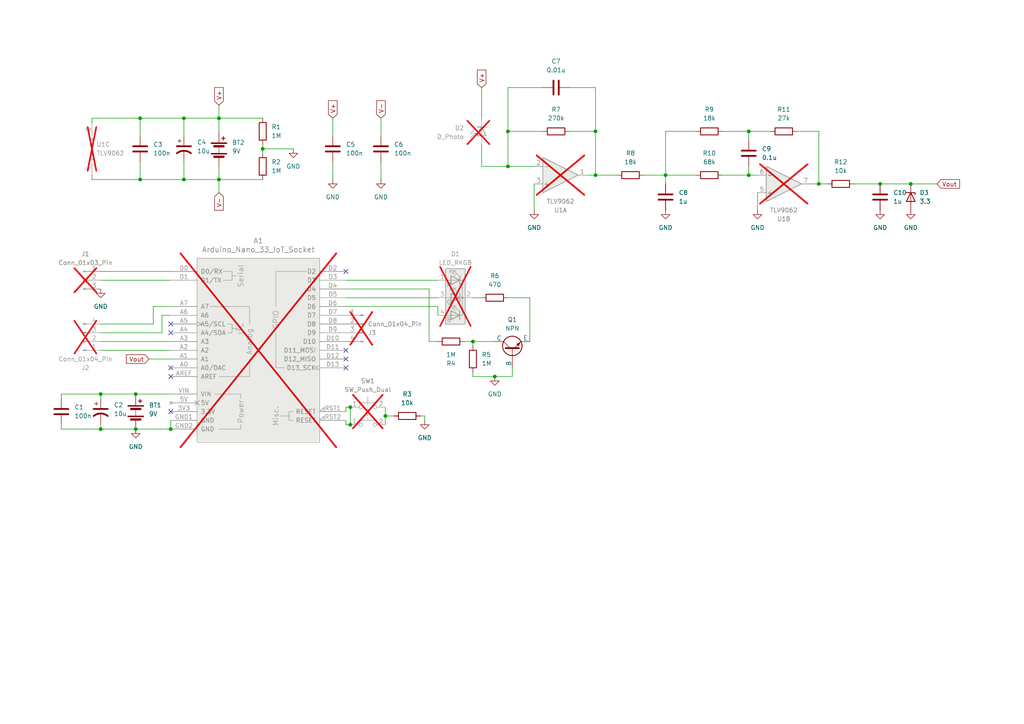
<source format=kicad_sch>
(kicad_sch
	(version 20250114)
	(generator "eeschema")
	(generator_version "9.0")
	(uuid "27d3d18e-8685-43a1-b418-95e2019f1b2c")
	(paper "A4")
	(lib_symbols
		(symbol "Amplifier_Operational:TLV9062"
			(pin_names
				(offset 0.127)
			)
			(exclude_from_sim no)
			(in_bom yes)
			(on_board yes)
			(property "Reference" "U"
				(at 0 5.08 0)
				(effects
					(font
						(size 1.27 1.27)
					)
					(justify left)
				)
			)
			(property "Value" "TLV9062"
				(at 0 -5.08 0)
				(effects
					(font
						(size 1.27 1.27)
					)
					(justify left)
				)
			)
			(property "Footprint" ""
				(at 0 0 0)
				(effects
					(font
						(size 1.27 1.27)
					)
					(hide yes)
				)
			)
			(property "Datasheet" "https://www.ti.com/lit/ds/symlink/tlv9062.pdf"
				(at 0 0 0)
				(effects
					(font
						(size 1.27 1.27)
					)
					(hide yes)
				)
			)
			(property "Description" "Dual Operational Amplifiers, SOIC-8/TSSOP-8/VSSOP-8"
				(at 0 0 0)
				(effects
					(font
						(size 1.27 1.27)
					)
					(hide yes)
				)
			)
			(property "ki_locked" ""
				(at 0 0 0)
				(effects
					(font
						(size 1.27 1.27)
					)
				)
			)
			(property "ki_keywords" "dual opamp"
				(at 0 0 0)
				(effects
					(font
						(size 1.27 1.27)
					)
					(hide yes)
				)
			)
			(property "ki_fp_filters" "SOIC*3.9x4.9mm*P1.27mm* TSSOP*4.4x3mm*P0.65mm* VSSOP*3x3mm*P0.5mm*"
				(at 0 0 0)
				(effects
					(font
						(size 1.27 1.27)
					)
					(hide yes)
				)
			)
			(symbol "TLV9062_1_1"
				(polyline
					(pts
						(xy -5.08 5.08) (xy 5.08 0) (xy -5.08 -5.08) (xy -5.08 5.08)
					)
					(stroke
						(width 0.254)
						(type default)
					)
					(fill
						(type background)
					)
				)
				(pin input line
					(at -7.62 2.54 0)
					(length 2.54)
					(name "+"
						(effects
							(font
								(size 1.27 1.27)
							)
						)
					)
					(number "3"
						(effects
							(font
								(size 1.27 1.27)
							)
						)
					)
				)
				(pin input line
					(at -7.62 -2.54 0)
					(length 2.54)
					(name "-"
						(effects
							(font
								(size 1.27 1.27)
							)
						)
					)
					(number "2"
						(effects
							(font
								(size 1.27 1.27)
							)
						)
					)
				)
				(pin output line
					(at 7.62 0 180)
					(length 2.54)
					(name "~"
						(effects
							(font
								(size 1.27 1.27)
							)
						)
					)
					(number "1"
						(effects
							(font
								(size 1.27 1.27)
							)
						)
					)
				)
			)
			(symbol "TLV9062_2_1"
				(polyline
					(pts
						(xy -5.08 5.08) (xy 5.08 0) (xy -5.08 -5.08) (xy -5.08 5.08)
					)
					(stroke
						(width 0.254)
						(type default)
					)
					(fill
						(type background)
					)
				)
				(pin input line
					(at -7.62 2.54 0)
					(length 2.54)
					(name "+"
						(effects
							(font
								(size 1.27 1.27)
							)
						)
					)
					(number "5"
						(effects
							(font
								(size 1.27 1.27)
							)
						)
					)
				)
				(pin input line
					(at -7.62 -2.54 0)
					(length 2.54)
					(name "-"
						(effects
							(font
								(size 1.27 1.27)
							)
						)
					)
					(number "6"
						(effects
							(font
								(size 1.27 1.27)
							)
						)
					)
				)
				(pin output line
					(at 7.62 0 180)
					(length 2.54)
					(name "~"
						(effects
							(font
								(size 1.27 1.27)
							)
						)
					)
					(number "7"
						(effects
							(font
								(size 1.27 1.27)
							)
						)
					)
				)
			)
			(symbol "TLV9062_3_1"
				(pin power_in line
					(at -2.54 7.62 270)
					(length 3.81)
					(name "V+"
						(effects
							(font
								(size 1.27 1.27)
							)
						)
					)
					(number "8"
						(effects
							(font
								(size 1.27 1.27)
							)
						)
					)
				)
				(pin power_in line
					(at -2.54 -7.62 90)
					(length 3.81)
					(name "V-"
						(effects
							(font
								(size 1.27 1.27)
							)
						)
					)
					(number "4"
						(effects
							(font
								(size 1.27 1.27)
							)
						)
					)
				)
			)
			(embedded_fonts no)
		)
		(symbol "Connector:Conn_01x03_Pin"
			(pin_names
				(offset 1.016)
				(hide yes)
			)
			(exclude_from_sim no)
			(in_bom yes)
			(on_board yes)
			(property "Reference" "J"
				(at 0 5.08 0)
				(effects
					(font
						(size 1.27 1.27)
					)
				)
			)
			(property "Value" "Conn_01x03_Pin"
				(at 0 -5.08 0)
				(effects
					(font
						(size 1.27 1.27)
					)
				)
			)
			(property "Footprint" ""
				(at 0 0 0)
				(effects
					(font
						(size 1.27 1.27)
					)
					(hide yes)
				)
			)
			(property "Datasheet" "~"
				(at 0 0 0)
				(effects
					(font
						(size 1.27 1.27)
					)
					(hide yes)
				)
			)
			(property "Description" "Generic connector, single row, 01x03, script generated"
				(at 0 0 0)
				(effects
					(font
						(size 1.27 1.27)
					)
					(hide yes)
				)
			)
			(property "ki_locked" ""
				(at 0 0 0)
				(effects
					(font
						(size 1.27 1.27)
					)
				)
			)
			(property "ki_keywords" "connector"
				(at 0 0 0)
				(effects
					(font
						(size 1.27 1.27)
					)
					(hide yes)
				)
			)
			(property "ki_fp_filters" "Connector*:*_1x??_*"
				(at 0 0 0)
				(effects
					(font
						(size 1.27 1.27)
					)
					(hide yes)
				)
			)
			(symbol "Conn_01x03_Pin_1_1"
				(rectangle
					(start 0.8636 2.667)
					(end 0 2.413)
					(stroke
						(width 0.1524)
						(type default)
					)
					(fill
						(type outline)
					)
				)
				(rectangle
					(start 0.8636 0.127)
					(end 0 -0.127)
					(stroke
						(width 0.1524)
						(type default)
					)
					(fill
						(type outline)
					)
				)
				(rectangle
					(start 0.8636 -2.413)
					(end 0 -2.667)
					(stroke
						(width 0.1524)
						(type default)
					)
					(fill
						(type outline)
					)
				)
				(polyline
					(pts
						(xy 1.27 2.54) (xy 0.8636 2.54)
					)
					(stroke
						(width 0.1524)
						(type default)
					)
					(fill
						(type none)
					)
				)
				(polyline
					(pts
						(xy 1.27 0) (xy 0.8636 0)
					)
					(stroke
						(width 0.1524)
						(type default)
					)
					(fill
						(type none)
					)
				)
				(polyline
					(pts
						(xy 1.27 -2.54) (xy 0.8636 -2.54)
					)
					(stroke
						(width 0.1524)
						(type default)
					)
					(fill
						(type none)
					)
				)
				(pin passive line
					(at 5.08 2.54 180)
					(length 3.81)
					(name "Pin_1"
						(effects
							(font
								(size 1.27 1.27)
							)
						)
					)
					(number "1"
						(effects
							(font
								(size 1.27 1.27)
							)
						)
					)
				)
				(pin passive line
					(at 5.08 0 180)
					(length 3.81)
					(name "Pin_2"
						(effects
							(font
								(size 1.27 1.27)
							)
						)
					)
					(number "2"
						(effects
							(font
								(size 1.27 1.27)
							)
						)
					)
				)
				(pin passive line
					(at 5.08 -2.54 180)
					(length 3.81)
					(name "Pin_3"
						(effects
							(font
								(size 1.27 1.27)
							)
						)
					)
					(number "3"
						(effects
							(font
								(size 1.27 1.27)
							)
						)
					)
				)
			)
			(embedded_fonts no)
		)
		(symbol "Connector:Conn_01x04_Pin"
			(pin_names
				(offset 1.016)
				(hide yes)
			)
			(exclude_from_sim no)
			(in_bom yes)
			(on_board yes)
			(property "Reference" "J"
				(at 0 5.08 0)
				(effects
					(font
						(size 1.27 1.27)
					)
				)
			)
			(property "Value" "Conn_01x04_Pin"
				(at 0 -7.62 0)
				(effects
					(font
						(size 1.27 1.27)
					)
				)
			)
			(property "Footprint" ""
				(at 0 0 0)
				(effects
					(font
						(size 1.27 1.27)
					)
					(hide yes)
				)
			)
			(property "Datasheet" "~"
				(at 0 0 0)
				(effects
					(font
						(size 1.27 1.27)
					)
					(hide yes)
				)
			)
			(property "Description" "Generic connector, single row, 01x04, script generated"
				(at 0 0 0)
				(effects
					(font
						(size 1.27 1.27)
					)
					(hide yes)
				)
			)
			(property "ki_locked" ""
				(at 0 0 0)
				(effects
					(font
						(size 1.27 1.27)
					)
				)
			)
			(property "ki_keywords" "connector"
				(at 0 0 0)
				(effects
					(font
						(size 1.27 1.27)
					)
					(hide yes)
				)
			)
			(property "ki_fp_filters" "Connector*:*_1x??_*"
				(at 0 0 0)
				(effects
					(font
						(size 1.27 1.27)
					)
					(hide yes)
				)
			)
			(symbol "Conn_01x04_Pin_1_1"
				(rectangle
					(start 0.8636 2.667)
					(end 0 2.413)
					(stroke
						(width 0.1524)
						(type default)
					)
					(fill
						(type outline)
					)
				)
				(rectangle
					(start 0.8636 0.127)
					(end 0 -0.127)
					(stroke
						(width 0.1524)
						(type default)
					)
					(fill
						(type outline)
					)
				)
				(rectangle
					(start 0.8636 -2.413)
					(end 0 -2.667)
					(stroke
						(width 0.1524)
						(type default)
					)
					(fill
						(type outline)
					)
				)
				(rectangle
					(start 0.8636 -4.953)
					(end 0 -5.207)
					(stroke
						(width 0.1524)
						(type default)
					)
					(fill
						(type outline)
					)
				)
				(polyline
					(pts
						(xy 1.27 2.54) (xy 0.8636 2.54)
					)
					(stroke
						(width 0.1524)
						(type default)
					)
					(fill
						(type none)
					)
				)
				(polyline
					(pts
						(xy 1.27 0) (xy 0.8636 0)
					)
					(stroke
						(width 0.1524)
						(type default)
					)
					(fill
						(type none)
					)
				)
				(polyline
					(pts
						(xy 1.27 -2.54) (xy 0.8636 -2.54)
					)
					(stroke
						(width 0.1524)
						(type default)
					)
					(fill
						(type none)
					)
				)
				(polyline
					(pts
						(xy 1.27 -5.08) (xy 0.8636 -5.08)
					)
					(stroke
						(width 0.1524)
						(type default)
					)
					(fill
						(type none)
					)
				)
				(pin passive line
					(at 5.08 2.54 180)
					(length 3.81)
					(name "Pin_1"
						(effects
							(font
								(size 1.27 1.27)
							)
						)
					)
					(number "1"
						(effects
							(font
								(size 1.27 1.27)
							)
						)
					)
				)
				(pin passive line
					(at 5.08 0 180)
					(length 3.81)
					(name "Pin_2"
						(effects
							(font
								(size 1.27 1.27)
							)
						)
					)
					(number "2"
						(effects
							(font
								(size 1.27 1.27)
							)
						)
					)
				)
				(pin passive line
					(at 5.08 -2.54 180)
					(length 3.81)
					(name "Pin_3"
						(effects
							(font
								(size 1.27 1.27)
							)
						)
					)
					(number "3"
						(effects
							(font
								(size 1.27 1.27)
							)
						)
					)
				)
				(pin passive line
					(at 5.08 -5.08 180)
					(length 3.81)
					(name "Pin_4"
						(effects
							(font
								(size 1.27 1.27)
							)
						)
					)
					(number "4"
						(effects
							(font
								(size 1.27 1.27)
							)
						)
					)
				)
			)
			(embedded_fonts no)
		)
		(symbol "Device:Battery"
			(pin_numbers
				(hide yes)
			)
			(pin_names
				(offset 0)
				(hide yes)
			)
			(exclude_from_sim no)
			(in_bom yes)
			(on_board yes)
			(property "Reference" "BT"
				(at 2.54 2.54 0)
				(effects
					(font
						(size 1.27 1.27)
					)
					(justify left)
				)
			)
			(property "Value" "Battery"
				(at 2.54 0 0)
				(effects
					(font
						(size 1.27 1.27)
					)
					(justify left)
				)
			)
			(property "Footprint" ""
				(at 0 1.524 90)
				(effects
					(font
						(size 1.27 1.27)
					)
					(hide yes)
				)
			)
			(property "Datasheet" "~"
				(at 0 1.524 90)
				(effects
					(font
						(size 1.27 1.27)
					)
					(hide yes)
				)
			)
			(property "Description" "Multiple-cell battery"
				(at 0 0 0)
				(effects
					(font
						(size 1.27 1.27)
					)
					(hide yes)
				)
			)
			(property "ki_keywords" "batt voltage-source cell"
				(at 0 0 0)
				(effects
					(font
						(size 1.27 1.27)
					)
					(hide yes)
				)
			)
			(symbol "Battery_0_1"
				(rectangle
					(start -2.286 1.778)
					(end 2.286 1.524)
					(stroke
						(width 0)
						(type default)
					)
					(fill
						(type outline)
					)
				)
				(rectangle
					(start -2.286 -1.27)
					(end 2.286 -1.524)
					(stroke
						(width 0)
						(type default)
					)
					(fill
						(type outline)
					)
				)
				(rectangle
					(start -1.524 1.016)
					(end 1.524 0.508)
					(stroke
						(width 0)
						(type default)
					)
					(fill
						(type outline)
					)
				)
				(rectangle
					(start -1.524 -2.032)
					(end 1.524 -2.54)
					(stroke
						(width 0)
						(type default)
					)
					(fill
						(type outline)
					)
				)
				(polyline
					(pts
						(xy 0 1.778) (xy 0 2.54)
					)
					(stroke
						(width 0)
						(type default)
					)
					(fill
						(type none)
					)
				)
				(polyline
					(pts
						(xy 0 0) (xy 0 0.254)
					)
					(stroke
						(width 0)
						(type default)
					)
					(fill
						(type none)
					)
				)
				(polyline
					(pts
						(xy 0 -0.508) (xy 0 -0.254)
					)
					(stroke
						(width 0)
						(type default)
					)
					(fill
						(type none)
					)
				)
				(polyline
					(pts
						(xy 0 -1.016) (xy 0 -0.762)
					)
					(stroke
						(width 0)
						(type default)
					)
					(fill
						(type none)
					)
				)
				(polyline
					(pts
						(xy 0.762 3.048) (xy 1.778 3.048)
					)
					(stroke
						(width 0.254)
						(type default)
					)
					(fill
						(type none)
					)
				)
				(polyline
					(pts
						(xy 1.27 3.556) (xy 1.27 2.54)
					)
					(stroke
						(width 0.254)
						(type default)
					)
					(fill
						(type none)
					)
				)
			)
			(symbol "Battery_1_1"
				(pin passive line
					(at 0 5.08 270)
					(length 2.54)
					(name "+"
						(effects
							(font
								(size 1.27 1.27)
							)
						)
					)
					(number "1"
						(effects
							(font
								(size 1.27 1.27)
							)
						)
					)
				)
				(pin passive line
					(at 0 -5.08 90)
					(length 2.54)
					(name "-"
						(effects
							(font
								(size 1.27 1.27)
							)
						)
					)
					(number "2"
						(effects
							(font
								(size 1.27 1.27)
							)
						)
					)
				)
			)
			(embedded_fonts no)
		)
		(symbol "Device:C"
			(pin_numbers
				(hide yes)
			)
			(pin_names
				(offset 0.254)
			)
			(exclude_from_sim no)
			(in_bom yes)
			(on_board yes)
			(property "Reference" "C"
				(at 0.635 2.54 0)
				(effects
					(font
						(size 1.27 1.27)
					)
					(justify left)
				)
			)
			(property "Value" "C"
				(at 0.635 -2.54 0)
				(effects
					(font
						(size 1.27 1.27)
					)
					(justify left)
				)
			)
			(property "Footprint" ""
				(at 0.9652 -3.81 0)
				(effects
					(font
						(size 1.27 1.27)
					)
					(hide yes)
				)
			)
			(property "Datasheet" "~"
				(at 0 0 0)
				(effects
					(font
						(size 1.27 1.27)
					)
					(hide yes)
				)
			)
			(property "Description" "Unpolarized capacitor"
				(at 0 0 0)
				(effects
					(font
						(size 1.27 1.27)
					)
					(hide yes)
				)
			)
			(property "ki_keywords" "cap capacitor"
				(at 0 0 0)
				(effects
					(font
						(size 1.27 1.27)
					)
					(hide yes)
				)
			)
			(property "ki_fp_filters" "C_*"
				(at 0 0 0)
				(effects
					(font
						(size 1.27 1.27)
					)
					(hide yes)
				)
			)
			(symbol "C_0_1"
				(polyline
					(pts
						(xy -2.032 0.762) (xy 2.032 0.762)
					)
					(stroke
						(width 0.508)
						(type default)
					)
					(fill
						(type none)
					)
				)
				(polyline
					(pts
						(xy -2.032 -0.762) (xy 2.032 -0.762)
					)
					(stroke
						(width 0.508)
						(type default)
					)
					(fill
						(type none)
					)
				)
			)
			(symbol "C_1_1"
				(pin passive line
					(at 0 3.81 270)
					(length 2.794)
					(name "~"
						(effects
							(font
								(size 1.27 1.27)
							)
						)
					)
					(number "1"
						(effects
							(font
								(size 1.27 1.27)
							)
						)
					)
				)
				(pin passive line
					(at 0 -3.81 90)
					(length 2.794)
					(name "~"
						(effects
							(font
								(size 1.27 1.27)
							)
						)
					)
					(number "2"
						(effects
							(font
								(size 1.27 1.27)
							)
						)
					)
				)
			)
			(embedded_fonts no)
		)
		(symbol "Device:C_Polarized_US"
			(pin_numbers
				(hide yes)
			)
			(pin_names
				(offset 0.254)
				(hide yes)
			)
			(exclude_from_sim no)
			(in_bom yes)
			(on_board yes)
			(property "Reference" "C"
				(at 0.635 2.54 0)
				(effects
					(font
						(size 1.27 1.27)
					)
					(justify left)
				)
			)
			(property "Value" "C_Polarized_US"
				(at 0.635 -2.54 0)
				(effects
					(font
						(size 1.27 1.27)
					)
					(justify left)
				)
			)
			(property "Footprint" ""
				(at 0 0 0)
				(effects
					(font
						(size 1.27 1.27)
					)
					(hide yes)
				)
			)
			(property "Datasheet" "~"
				(at 0 0 0)
				(effects
					(font
						(size 1.27 1.27)
					)
					(hide yes)
				)
			)
			(property "Description" "Polarized capacitor, US symbol"
				(at 0 0 0)
				(effects
					(font
						(size 1.27 1.27)
					)
					(hide yes)
				)
			)
			(property "ki_keywords" "cap capacitor"
				(at 0 0 0)
				(effects
					(font
						(size 1.27 1.27)
					)
					(hide yes)
				)
			)
			(property "ki_fp_filters" "CP_*"
				(at 0 0 0)
				(effects
					(font
						(size 1.27 1.27)
					)
					(hide yes)
				)
			)
			(symbol "C_Polarized_US_0_1"
				(polyline
					(pts
						(xy -2.032 0.762) (xy 2.032 0.762)
					)
					(stroke
						(width 0.508)
						(type default)
					)
					(fill
						(type none)
					)
				)
				(polyline
					(pts
						(xy -1.778 2.286) (xy -0.762 2.286)
					)
					(stroke
						(width 0)
						(type default)
					)
					(fill
						(type none)
					)
				)
				(polyline
					(pts
						(xy -1.27 1.778) (xy -1.27 2.794)
					)
					(stroke
						(width 0)
						(type default)
					)
					(fill
						(type none)
					)
				)
				(arc
					(start -2.032 -1.27)
					(mid 0 -0.5572)
					(end 2.032 -1.27)
					(stroke
						(width 0.508)
						(type default)
					)
					(fill
						(type none)
					)
				)
			)
			(symbol "C_Polarized_US_1_1"
				(pin passive line
					(at 0 3.81 270)
					(length 2.794)
					(name "~"
						(effects
							(font
								(size 1.27 1.27)
							)
						)
					)
					(number "1"
						(effects
							(font
								(size 1.27 1.27)
							)
						)
					)
				)
				(pin passive line
					(at 0 -3.81 90)
					(length 3.302)
					(name "~"
						(effects
							(font
								(size 1.27 1.27)
							)
						)
					)
					(number "2"
						(effects
							(font
								(size 1.27 1.27)
							)
						)
					)
				)
			)
			(embedded_fonts no)
		)
		(symbol "Device:D_Photo"
			(pin_numbers
				(hide yes)
			)
			(pin_names
				(hide yes)
			)
			(exclude_from_sim no)
			(in_bom yes)
			(on_board yes)
			(property "Reference" "D"
				(at 0.508 1.778 0)
				(effects
					(font
						(size 1.27 1.27)
					)
					(justify left)
				)
			)
			(property "Value" "D_Photo"
				(at -1.016 -2.794 0)
				(effects
					(font
						(size 1.27 1.27)
					)
				)
			)
			(property "Footprint" ""
				(at -1.27 0 0)
				(effects
					(font
						(size 1.27 1.27)
					)
					(hide yes)
				)
			)
			(property "Datasheet" "~"
				(at -1.27 0 0)
				(effects
					(font
						(size 1.27 1.27)
					)
					(hide yes)
				)
			)
			(property "Description" "Photodiode"
				(at 0 0 0)
				(effects
					(font
						(size 1.27 1.27)
					)
					(hide yes)
				)
			)
			(property "ki_keywords" "photodiode diode opto"
				(at 0 0 0)
				(effects
					(font
						(size 1.27 1.27)
					)
					(hide yes)
				)
			)
			(symbol "D_Photo_0_1"
				(polyline
					(pts
						(xy -2.54 1.27) (xy -2.54 -1.27)
					)
					(stroke
						(width 0.254)
						(type default)
					)
					(fill
						(type none)
					)
				)
				(polyline
					(pts
						(xy -2.032 1.778) (xy -1.524 1.778)
					)
					(stroke
						(width 0)
						(type default)
					)
					(fill
						(type none)
					)
				)
				(polyline
					(pts
						(xy -0.508 3.302) (xy -2.032 1.778) (xy -2.032 2.286)
					)
					(stroke
						(width 0)
						(type default)
					)
					(fill
						(type none)
					)
				)
				(polyline
					(pts
						(xy 0 0) (xy -2.54 0)
					)
					(stroke
						(width 0)
						(type default)
					)
					(fill
						(type none)
					)
				)
				(polyline
					(pts
						(xy 0 -1.27) (xy 0 1.27) (xy -2.54 0) (xy 0 -1.27)
					)
					(stroke
						(width 0.254)
						(type default)
					)
					(fill
						(type none)
					)
				)
				(polyline
					(pts
						(xy 0.762 3.302) (xy -0.762 1.778) (xy -0.762 2.286) (xy -0.762 1.778) (xy -0.254 1.778)
					)
					(stroke
						(width 0)
						(type default)
					)
					(fill
						(type none)
					)
				)
			)
			(symbol "D_Photo_1_1"
				(pin passive line
					(at -5.08 0 0)
					(length 2.54)
					(name "K"
						(effects
							(font
								(size 1.27 1.27)
							)
						)
					)
					(number "1"
						(effects
							(font
								(size 1.27 1.27)
							)
						)
					)
				)
				(pin passive line
					(at 2.54 0 180)
					(length 2.54)
					(name "A"
						(effects
							(font
								(size 1.27 1.27)
							)
						)
					)
					(number "2"
						(effects
							(font
								(size 1.27 1.27)
							)
						)
					)
				)
			)
			(embedded_fonts no)
		)
		(symbol "Device:D_Zener"
			(pin_numbers
				(hide yes)
			)
			(pin_names
				(offset 1.016)
				(hide yes)
			)
			(exclude_from_sim no)
			(in_bom yes)
			(on_board yes)
			(property "Reference" "D"
				(at 0 2.54 0)
				(effects
					(font
						(size 1.27 1.27)
					)
				)
			)
			(property "Value" "D_Zener"
				(at 0 -2.54 0)
				(effects
					(font
						(size 1.27 1.27)
					)
				)
			)
			(property "Footprint" ""
				(at 0 0 0)
				(effects
					(font
						(size 1.27 1.27)
					)
					(hide yes)
				)
			)
			(property "Datasheet" "~"
				(at 0 0 0)
				(effects
					(font
						(size 1.27 1.27)
					)
					(hide yes)
				)
			)
			(property "Description" "Zener diode"
				(at 0 0 0)
				(effects
					(font
						(size 1.27 1.27)
					)
					(hide yes)
				)
			)
			(property "ki_keywords" "diode"
				(at 0 0 0)
				(effects
					(font
						(size 1.27 1.27)
					)
					(hide yes)
				)
			)
			(property "ki_fp_filters" "TO-???* *_Diode_* *SingleDiode* D_*"
				(at 0 0 0)
				(effects
					(font
						(size 1.27 1.27)
					)
					(hide yes)
				)
			)
			(symbol "D_Zener_0_1"
				(polyline
					(pts
						(xy -1.27 -1.27) (xy -1.27 1.27) (xy -0.762 1.27)
					)
					(stroke
						(width 0.254)
						(type default)
					)
					(fill
						(type none)
					)
				)
				(polyline
					(pts
						(xy 1.27 0) (xy -1.27 0)
					)
					(stroke
						(width 0)
						(type default)
					)
					(fill
						(type none)
					)
				)
				(polyline
					(pts
						(xy 1.27 -1.27) (xy 1.27 1.27) (xy -1.27 0) (xy 1.27 -1.27)
					)
					(stroke
						(width 0.254)
						(type default)
					)
					(fill
						(type none)
					)
				)
			)
			(symbol "D_Zener_1_1"
				(pin passive line
					(at -3.81 0 0)
					(length 2.54)
					(name "K"
						(effects
							(font
								(size 1.27 1.27)
							)
						)
					)
					(number "1"
						(effects
							(font
								(size 1.27 1.27)
							)
						)
					)
				)
				(pin passive line
					(at 3.81 0 180)
					(length 2.54)
					(name "A"
						(effects
							(font
								(size 1.27 1.27)
							)
						)
					)
					(number "2"
						(effects
							(font
								(size 1.27 1.27)
							)
						)
					)
				)
			)
			(embedded_fonts no)
		)
		(symbol "Device:LED_RKGB"
			(pin_names
				(offset 0)
				(hide yes)
			)
			(exclude_from_sim no)
			(in_bom yes)
			(on_board yes)
			(property "Reference" "D"
				(at 0 9.398 0)
				(effects
					(font
						(size 1.27 1.27)
					)
				)
			)
			(property "Value" "LED_RKGB"
				(at 0 -8.89 0)
				(effects
					(font
						(size 1.27 1.27)
					)
				)
			)
			(property "Footprint" ""
				(at 0 -1.27 0)
				(effects
					(font
						(size 1.27 1.27)
					)
					(hide yes)
				)
			)
			(property "Datasheet" "~"
				(at 0 -1.27 0)
				(effects
					(font
						(size 1.27 1.27)
					)
					(hide yes)
				)
			)
			(property "Description" "RGB LED, red/cathode/green/blue"
				(at 0 0 0)
				(effects
					(font
						(size 1.27 1.27)
					)
					(hide yes)
				)
			)
			(property "ki_keywords" "LED RGB diode"
				(at 0 0 0)
				(effects
					(font
						(size 1.27 1.27)
					)
					(hide yes)
				)
			)
			(property "ki_fp_filters" "LED* LED_SMD:* LED_THT:*"
				(at 0 0 0)
				(effects
					(font
						(size 1.27 1.27)
					)
					(hide yes)
				)
			)
			(symbol "LED_RKGB_0_0"
				(text "R"
					(at 1.905 3.81 0)
					(effects
						(font
							(size 1.27 1.27)
						)
					)
				)
				(text "G"
					(at 1.905 -1.27 0)
					(effects
						(font
							(size 1.27 1.27)
						)
					)
				)
				(text "B"
					(at 1.905 -6.35 0)
					(effects
						(font
							(size 1.27 1.27)
						)
					)
				)
			)
			(symbol "LED_RKGB_0_1"
				(circle
					(center -2.032 0)
					(radius 0.254)
					(stroke
						(width 0)
						(type default)
					)
					(fill
						(type outline)
					)
				)
				(polyline
					(pts
						(xy -1.27 6.35) (xy -1.27 3.81)
					)
					(stroke
						(width 0.254)
						(type default)
					)
					(fill
						(type none)
					)
				)
				(polyline
					(pts
						(xy -1.27 6.35) (xy -1.27 3.81) (xy -1.27 3.81)
					)
					(stroke
						(width 0)
						(type default)
					)
					(fill
						(type none)
					)
				)
				(polyline
					(pts
						(xy -1.27 5.08) (xy 1.27 5.08)
					)
					(stroke
						(width 0)
						(type default)
					)
					(fill
						(type none)
					)
				)
				(polyline
					(pts
						(xy -1.27 5.08) (xy -2.032 5.08) (xy -2.032 -5.08) (xy -1.016 -5.08)
					)
					(stroke
						(width 0)
						(type default)
					)
					(fill
						(type none)
					)
				)
				(polyline
					(pts
						(xy -1.27 1.27) (xy -1.27 -1.27)
					)
					(stroke
						(width 0.254)
						(type default)
					)
					(fill
						(type none)
					)
				)
				(polyline
					(pts
						(xy -1.27 1.27) (xy -1.27 -1.27) (xy -1.27 -1.27)
					)
					(stroke
						(width 0)
						(type default)
					)
					(fill
						(type none)
					)
				)
				(polyline
					(pts
						(xy -1.27 0) (xy -2.54 0)
					)
					(stroke
						(width 0)
						(type default)
					)
					(fill
						(type none)
					)
				)
				(polyline
					(pts
						(xy -1.27 -3.81) (xy -1.27 -6.35)
					)
					(stroke
						(width 0.254)
						(type default)
					)
					(fill
						(type none)
					)
				)
				(polyline
					(pts
						(xy -1.27 -5.08) (xy 1.27 -5.08)
					)
					(stroke
						(width 0)
						(type default)
					)
					(fill
						(type none)
					)
				)
				(polyline
					(pts
						(xy -1.016 6.35) (xy 0.508 7.874) (xy -0.254 7.874) (xy 0.508 7.874) (xy 0.508 7.112)
					)
					(stroke
						(width 0)
						(type default)
					)
					(fill
						(type none)
					)
				)
				(polyline
					(pts
						(xy -1.016 1.27) (xy 0.508 2.794) (xy -0.254 2.794) (xy 0.508 2.794) (xy 0.508 2.032)
					)
					(stroke
						(width 0)
						(type default)
					)
					(fill
						(type none)
					)
				)
				(polyline
					(pts
						(xy -1.016 -3.81) (xy 0.508 -2.286) (xy -0.254 -2.286) (xy 0.508 -2.286) (xy 0.508 -3.048)
					)
					(stroke
						(width 0)
						(type default)
					)
					(fill
						(type none)
					)
				)
				(polyline
					(pts
						(xy 0 6.35) (xy 1.524 7.874) (xy 0.762 7.874) (xy 1.524 7.874) (xy 1.524 7.112)
					)
					(stroke
						(width 0)
						(type default)
					)
					(fill
						(type none)
					)
				)
				(polyline
					(pts
						(xy 0 1.27) (xy 1.524 2.794) (xy 0.762 2.794) (xy 1.524 2.794) (xy 1.524 2.032)
					)
					(stroke
						(width 0)
						(type default)
					)
					(fill
						(type none)
					)
				)
				(polyline
					(pts
						(xy 0 -3.81) (xy 1.524 -2.286) (xy 0.762 -2.286) (xy 1.524 -2.286) (xy 1.524 -3.048)
					)
					(stroke
						(width 0)
						(type default)
					)
					(fill
						(type none)
					)
				)
				(polyline
					(pts
						(xy 1.27 6.35) (xy 1.27 3.81) (xy -1.27 5.08) (xy 1.27 6.35)
					)
					(stroke
						(width 0.254)
						(type default)
					)
					(fill
						(type none)
					)
				)
				(rectangle
					(start 1.27 6.35)
					(end 1.27 6.35)
					(stroke
						(width 0)
						(type default)
					)
					(fill
						(type none)
					)
				)
				(polyline
					(pts
						(xy 1.27 5.08) (xy 2.54 5.08)
					)
					(stroke
						(width 0)
						(type default)
					)
					(fill
						(type none)
					)
				)
				(rectangle
					(start 1.27 3.81)
					(end 1.27 6.35)
					(stroke
						(width 0)
						(type default)
					)
					(fill
						(type none)
					)
				)
				(polyline
					(pts
						(xy 1.27 1.27) (xy 1.27 -1.27) (xy -1.27 0) (xy 1.27 1.27)
					)
					(stroke
						(width 0.254)
						(type default)
					)
					(fill
						(type none)
					)
				)
				(rectangle
					(start 1.27 1.27)
					(end 1.27 1.27)
					(stroke
						(width 0)
						(type default)
					)
					(fill
						(type none)
					)
				)
				(polyline
					(pts
						(xy 1.27 0) (xy -1.27 0)
					)
					(stroke
						(width 0)
						(type default)
					)
					(fill
						(type none)
					)
				)
				(polyline
					(pts
						(xy 1.27 0) (xy 2.54 0)
					)
					(stroke
						(width 0)
						(type default)
					)
					(fill
						(type none)
					)
				)
				(rectangle
					(start 1.27 -1.27)
					(end 1.27 1.27)
					(stroke
						(width 0)
						(type default)
					)
					(fill
						(type none)
					)
				)
				(polyline
					(pts
						(xy 1.27 -3.81) (xy 1.27 -6.35) (xy -1.27 -5.08) (xy 1.27 -3.81)
					)
					(stroke
						(width 0.254)
						(type default)
					)
					(fill
						(type none)
					)
				)
				(polyline
					(pts
						(xy 1.27 -5.08) (xy 2.54 -5.08)
					)
					(stroke
						(width 0)
						(type default)
					)
					(fill
						(type none)
					)
				)
				(rectangle
					(start 2.794 8.382)
					(end -2.794 -7.62)
					(stroke
						(width 0.254)
						(type default)
					)
					(fill
						(type background)
					)
				)
			)
			(symbol "LED_RKGB_1_1"
				(pin passive line
					(at -5.08 0 0)
					(length 2.54)
					(name "K"
						(effects
							(font
								(size 1.27 1.27)
							)
						)
					)
					(number "2"
						(effects
							(font
								(size 1.27 1.27)
							)
						)
					)
				)
				(pin passive line
					(at 5.08 5.08 180)
					(length 2.54)
					(name "RA"
						(effects
							(font
								(size 1.27 1.27)
							)
						)
					)
					(number "1"
						(effects
							(font
								(size 1.27 1.27)
							)
						)
					)
				)
				(pin passive line
					(at 5.08 0 180)
					(length 2.54)
					(name "GA"
						(effects
							(font
								(size 1.27 1.27)
							)
						)
					)
					(number "3"
						(effects
							(font
								(size 1.27 1.27)
							)
						)
					)
				)
				(pin passive line
					(at 5.08 -5.08 180)
					(length 2.54)
					(name "BA"
						(effects
							(font
								(size 1.27 1.27)
							)
						)
					)
					(number "4"
						(effects
							(font
								(size 1.27 1.27)
							)
						)
					)
				)
			)
			(embedded_fonts no)
		)
		(symbol "Device:R"
			(pin_numbers
				(hide yes)
			)
			(pin_names
				(offset 0)
			)
			(exclude_from_sim no)
			(in_bom yes)
			(on_board yes)
			(property "Reference" "R"
				(at 2.032 0 90)
				(effects
					(font
						(size 1.27 1.27)
					)
				)
			)
			(property "Value" "R"
				(at 0 0 90)
				(effects
					(font
						(size 1.27 1.27)
					)
				)
			)
			(property "Footprint" ""
				(at -1.778 0 90)
				(effects
					(font
						(size 1.27 1.27)
					)
					(hide yes)
				)
			)
			(property "Datasheet" "~"
				(at 0 0 0)
				(effects
					(font
						(size 1.27 1.27)
					)
					(hide yes)
				)
			)
			(property "Description" "Resistor"
				(at 0 0 0)
				(effects
					(font
						(size 1.27 1.27)
					)
					(hide yes)
				)
			)
			(property "ki_keywords" "R res resistor"
				(at 0 0 0)
				(effects
					(font
						(size 1.27 1.27)
					)
					(hide yes)
				)
			)
			(property "ki_fp_filters" "R_*"
				(at 0 0 0)
				(effects
					(font
						(size 1.27 1.27)
					)
					(hide yes)
				)
			)
			(symbol "R_0_1"
				(rectangle
					(start -1.016 -2.54)
					(end 1.016 2.54)
					(stroke
						(width 0.254)
						(type default)
					)
					(fill
						(type none)
					)
				)
			)
			(symbol "R_1_1"
				(pin passive line
					(at 0 3.81 270)
					(length 1.27)
					(name "~"
						(effects
							(font
								(size 1.27 1.27)
							)
						)
					)
					(number "1"
						(effects
							(font
								(size 1.27 1.27)
							)
						)
					)
				)
				(pin passive line
					(at 0 -3.81 90)
					(length 1.27)
					(name "~"
						(effects
							(font
								(size 1.27 1.27)
							)
						)
					)
					(number "2"
						(effects
							(font
								(size 1.27 1.27)
							)
						)
					)
				)
			)
			(embedded_fonts no)
		)
		(symbol "GND_1"
			(power)
			(pin_numbers
				(hide yes)
			)
			(pin_names
				(offset 0)
				(hide yes)
			)
			(exclude_from_sim no)
			(in_bom yes)
			(on_board yes)
			(property "Reference" "#PWR"
				(at 0 -6.35 0)
				(effects
					(font
						(size 1.27 1.27)
					)
					(hide yes)
				)
			)
			(property "Value" "GND"
				(at 0 -3.81 0)
				(effects
					(font
						(size 1.27 1.27)
					)
				)
			)
			(property "Footprint" ""
				(at 0 0 0)
				(effects
					(font
						(size 1.27 1.27)
					)
					(hide yes)
				)
			)
			(property "Datasheet" ""
				(at 0 0 0)
				(effects
					(font
						(size 1.27 1.27)
					)
					(hide yes)
				)
			)
			(property "Description" "Power symbol creates a global label with name \"GND\" , ground"
				(at 0 0 0)
				(effects
					(font
						(size 1.27 1.27)
					)
					(hide yes)
				)
			)
			(property "ki_keywords" "global power"
				(at 0 0 0)
				(effects
					(font
						(size 1.27 1.27)
					)
					(hide yes)
				)
			)
			(symbol "GND_1_0_1"
				(polyline
					(pts
						(xy 0 0) (xy 0 -1.27) (xy 1.27 -1.27) (xy 0 -2.54) (xy -1.27 -1.27) (xy 0 -1.27)
					)
					(stroke
						(width 0)
						(type default)
					)
					(fill
						(type none)
					)
				)
			)
			(symbol "GND_1_1_1"
				(pin power_in line
					(at 0 0 270)
					(length 0)
					(name "~"
						(effects
							(font
								(size 1.27 1.27)
							)
						)
					)
					(number "1"
						(effects
							(font
								(size 1.27 1.27)
							)
						)
					)
				)
			)
			(embedded_fonts no)
		)
		(symbol "PCM_arduino-library:Arduino_Nano_33_IoT_Socket"
			(pin_names
				(offset 1.016)
			)
			(exclude_from_sim no)
			(in_bom yes)
			(on_board yes)
			(property "Reference" "A"
				(at 0 33.02 0)
				(effects
					(font
						(size 1.524 1.524)
					)
				)
			)
			(property "Value" "Arduino_Nano_33_IoT_Socket"
				(at 0 29.21 0)
				(effects
					(font
						(size 1.524 1.524)
					)
				)
			)
			(property "Footprint" "PCM_arduino-library:Arduino_Nano_33_IoT_Socket"
				(at 0 -34.29 0)
				(effects
					(font
						(size 1.524 1.524)
					)
					(hide yes)
				)
			)
			(property "Datasheet" "https://docs.arduino.cc/hardware/nano-33-iot"
				(at 0 -30.48 0)
				(effects
					(font
						(size 1.524 1.524)
					)
					(hide yes)
				)
			)
			(property "Description" "Socket for Arduino Nano 33 IoT"
				(at 0 0 0)
				(effects
					(font
						(size 1.27 1.27)
					)
					(hide yes)
				)
			)
			(property "ki_keywords" "Arduino MPU Shield"
				(at 0 0 0)
				(effects
					(font
						(size 1.27 1.27)
					)
					(hide yes)
				)
			)
			(property "ki_fp_filters" "Arduino_Nano_33_IoT_Socket"
				(at 0 0 0)
				(effects
					(font
						(size 1.27 1.27)
					)
					(hide yes)
				)
			)
			(symbol "Arduino_Nano_33_IoT_Socket_0_0"
				(rectangle
					(start -17.78 26.67)
					(end 17.78 -26.67)
					(stroke
						(width 0)
						(type default)
					)
					(fill
						(type background)
					)
				)
				(polyline
					(pts
						(xy -11.43 -22.86) (xy -5.08 -22.86) (xy -5.08 -21.59)
					)
					(stroke
						(width 0)
						(type default)
					)
					(fill
						(type none)
					)
				)
				(polyline
					(pts
						(xy -10.16 22.86) (xy -7.62 22.86) (xy -7.62 20.32) (xy -10.16 20.32)
					)
					(stroke
						(width 0)
						(type default)
					)
					(fill
						(type none)
					)
				)
				(polyline
					(pts
						(xy -8.89 7.62) (xy -7.62 7.62) (xy -7.62 5.08) (xy -8.89 5.08)
					)
					(stroke
						(width 0)
						(type default)
					)
					(fill
						(type none)
					)
				)
				(polyline
					(pts
						(xy -7.62 21.59) (xy -6.35 21.59)
					)
					(stroke
						(width 0)
						(type default)
					)
					(fill
						(type none)
					)
				)
				(polyline
					(pts
						(xy -7.62 6.35) (xy -6.35 6.35)
					)
					(stroke
						(width 0)
						(type default)
					)
					(fill
						(type none)
					)
				)
				(polyline
					(pts
						(xy -5.08 -13.97) (xy -5.08 -12.7) (xy -12.7 -12.7)
					)
					(stroke
						(width 0)
						(type default)
					)
					(fill
						(type none)
					)
				)
				(polyline
					(pts
						(xy 8.89 -19.05) (xy 6.35 -19.05)
					)
					(stroke
						(width 0)
						(type default)
					)
					(fill
						(type none)
					)
				)
				(text "Serial"
					(at -5.08 21.59 900)
					(effects
						(font
							(size 1.524 1.524)
						)
					)
				)
				(text "I²C"
					(at -5.08 6.35 900)
					(effects
						(font
							(size 1.524 1.524)
						)
					)
				)
				(text "Power"
					(at -5.08 -17.78 900)
					(effects
						(font
							(size 1.524 1.524)
						)
					)
				)
				(text "Analog"
					(at -2.54 2.54 900)
					(effects
						(font
							(size 1.524 1.524)
						)
					)
				)
				(text "Misc."
					(at 5.08 -19.05 900)
					(effects
						(font
							(size 1.524 1.524)
						)
					)
				)
			)
			(symbol "Arduino_Nano_33_IoT_Socket_0_1"
				(polyline
					(pts
						(xy -13.97 12.7) (xy -2.54 12.7) (xy -2.54 7.62)
					)
					(stroke
						(width 0)
						(type default)
					)
					(fill
						(type none)
					)
				)
				(polyline
					(pts
						(xy -11.43 -7.62) (xy -2.54 -7.62) (xy -2.54 -2.54)
					)
					(stroke
						(width 0)
						(type default)
					)
					(fill
						(type none)
					)
				)
				(polyline
					(pts
						(xy 7.62 -5.08) (xy 5.08 -5.08) (xy 5.08 5.08)
					)
					(stroke
						(width 0)
						(type default)
					)
					(fill
						(type none)
					)
				)
				(polyline
					(pts
						(xy 10.16 -17.78) (xy 8.89 -17.78) (xy 8.89 -20.32) (xy 10.16 -20.32)
					)
					(stroke
						(width 0)
						(type default)
					)
					(fill
						(type none)
					)
				)
				(polyline
					(pts
						(xy 13.97 22.86) (xy 5.08 22.86) (xy 5.08 12.7)
					)
					(stroke
						(width 0)
						(type default)
					)
					(fill
						(type none)
					)
				)
			)
			(symbol "Arduino_Nano_33_IoT_Socket_1_0"
				(text "GPIO"
					(at 5.08 8.89 900)
					(effects
						(font
							(size 1.524 1.524)
						)
					)
				)
			)
			(symbol "Arduino_Nano_33_IoT_Socket_1_1"
				(pin bidirectional line
					(at -25.4 22.86 0)
					(length 7.62)
					(name "D0/RX"
						(effects
							(font
								(size 1.27 1.27)
							)
						)
					)
					(number "D0"
						(effects
							(font
								(size 1.27 1.27)
							)
						)
					)
				)
				(pin bidirectional line
					(at -25.4 20.32 0)
					(length 7.62)
					(name "D1/TX"
						(effects
							(font
								(size 1.27 1.27)
							)
						)
					)
					(number "D1"
						(effects
							(font
								(size 1.27 1.27)
							)
						)
					)
				)
				(pin input line
					(at -25.4 12.7 0)
					(length 7.62)
					(name "A7"
						(effects
							(font
								(size 1.27 1.27)
							)
						)
					)
					(number "A7"
						(effects
							(font
								(size 1.27 1.27)
							)
						)
					)
				)
				(pin input line
					(at -25.4 10.16 0)
					(length 7.62)
					(name "A6"
						(effects
							(font
								(size 1.27 1.27)
							)
						)
					)
					(number "A6"
						(effects
							(font
								(size 1.27 1.27)
							)
						)
					)
				)
				(pin bidirectional clock
					(at -25.4 7.62 0)
					(length 7.62)
					(name "A5/SCL"
						(effects
							(font
								(size 1.27 1.27)
							)
						)
					)
					(number "A5"
						(effects
							(font
								(size 1.27 1.27)
							)
						)
					)
				)
				(pin bidirectional line
					(at -25.4 5.08 0)
					(length 7.62)
					(name "A4/SDA"
						(effects
							(font
								(size 1.27 1.27)
							)
						)
					)
					(number "A4"
						(effects
							(font
								(size 1.27 1.27)
							)
						)
					)
				)
				(pin bidirectional line
					(at -25.4 2.54 0)
					(length 7.62)
					(name "A3"
						(effects
							(font
								(size 1.27 1.27)
							)
						)
					)
					(number "A3"
						(effects
							(font
								(size 1.27 1.27)
							)
						)
					)
				)
				(pin bidirectional line
					(at -25.4 0 0)
					(length 7.62)
					(name "A2"
						(effects
							(font
								(size 1.27 1.27)
							)
						)
					)
					(number "A2"
						(effects
							(font
								(size 1.27 1.27)
							)
						)
					)
				)
				(pin bidirectional line
					(at -25.4 -2.54 0)
					(length 7.62)
					(name "A1"
						(effects
							(font
								(size 1.27 1.27)
							)
						)
					)
					(number "A1"
						(effects
							(font
								(size 1.27 1.27)
							)
						)
					)
				)
				(pin bidirectional line
					(at -25.4 -5.08 0)
					(length 7.62)
					(name "A0/DAC"
						(effects
							(font
								(size 1.27 1.27)
							)
						)
					)
					(number "A0"
						(effects
							(font
								(size 1.27 1.27)
							)
						)
					)
				)
				(pin input line
					(at -25.4 -7.62 0)
					(length 7.62)
					(name "AREF"
						(effects
							(font
								(size 1.27 1.27)
							)
						)
					)
					(number "AREF"
						(effects
							(font
								(size 1.27 1.27)
							)
						)
					)
				)
				(pin power_in line
					(at -25.4 -12.7 0)
					(length 7.62)
					(name "VIN"
						(effects
							(font
								(size 1.27 1.27)
							)
						)
					)
					(number "VIN"
						(effects
							(font
								(size 1.27 1.27)
							)
						)
					)
				)
				(pin no_connect non_logic
					(at -25.4 -15.24 0)
					(length 7.62)
					(name "5V"
						(effects
							(font
								(size 1.27 1.27)
							)
						)
					)
					(number "5V"
						(effects
							(font
								(size 1.27 1.27)
							)
						)
					)
				)
				(pin power_in line
					(at -25.4 -17.78 0)
					(length 7.62)
					(name "3.3V"
						(effects
							(font
								(size 1.27 1.27)
							)
						)
					)
					(number "3V3"
						(effects
							(font
								(size 1.27 1.27)
							)
						)
					)
				)
				(pin power_in line
					(at -25.4 -20.32 0)
					(length 7.62)
					(name "GND"
						(effects
							(font
								(size 1.27 1.27)
							)
						)
					)
					(number "GND1"
						(effects
							(font
								(size 1.27 1.27)
							)
						)
					)
				)
				(pin power_in line
					(at -25.4 -22.86 0)
					(length 7.62)
					(name "GND"
						(effects
							(font
								(size 1.27 1.27)
							)
						)
					)
					(number "GND2"
						(effects
							(font
								(size 1.27 1.27)
							)
						)
					)
				)
				(pin bidirectional line
					(at 25.4 22.86 180)
					(length 7.62)
					(name "D2"
						(effects
							(font
								(size 1.27 1.27)
							)
						)
					)
					(number "D2"
						(effects
							(font
								(size 1.27 1.27)
							)
						)
					)
				)
				(pin bidirectional line
					(at 25.4 20.32 180)
					(length 7.62)
					(name "D3"
						(effects
							(font
								(size 1.27 1.27)
							)
						)
					)
					(number "D3"
						(effects
							(font
								(size 1.27 1.27)
							)
						)
					)
				)
				(pin bidirectional line
					(at 25.4 17.78 180)
					(length 7.62)
					(name "D4"
						(effects
							(font
								(size 1.27 1.27)
							)
						)
					)
					(number "D4"
						(effects
							(font
								(size 1.27 1.27)
							)
						)
					)
				)
				(pin bidirectional line
					(at 25.4 15.24 180)
					(length 7.62)
					(name "D5"
						(effects
							(font
								(size 1.27 1.27)
							)
						)
					)
					(number "D5"
						(effects
							(font
								(size 1.27 1.27)
							)
						)
					)
				)
				(pin bidirectional line
					(at 25.4 12.7 180)
					(length 7.62)
					(name "D6"
						(effects
							(font
								(size 1.27 1.27)
							)
						)
					)
					(number "D6"
						(effects
							(font
								(size 1.27 1.27)
							)
						)
					)
				)
				(pin bidirectional line
					(at 25.4 10.16 180)
					(length 7.62)
					(name "D7"
						(effects
							(font
								(size 1.27 1.27)
							)
						)
					)
					(number "D7"
						(effects
							(font
								(size 1.27 1.27)
							)
						)
					)
				)
				(pin bidirectional line
					(at 25.4 7.62 180)
					(length 7.62)
					(name "D8"
						(effects
							(font
								(size 1.27 1.27)
							)
						)
					)
					(number "D8"
						(effects
							(font
								(size 1.27 1.27)
							)
						)
					)
				)
				(pin bidirectional line
					(at 25.4 5.08 180)
					(length 7.62)
					(name "D9"
						(effects
							(font
								(size 1.27 1.27)
							)
						)
					)
					(number "D9"
						(effects
							(font
								(size 1.27 1.27)
							)
						)
					)
				)
				(pin bidirectional line
					(at 25.4 2.54 180)
					(length 7.62)
					(name "D10"
						(effects
							(font
								(size 1.27 1.27)
							)
						)
					)
					(number "D10"
						(effects
							(font
								(size 1.27 1.27)
							)
						)
					)
				)
				(pin bidirectional line
					(at 25.4 0 180)
					(length 7.62)
					(name "D11_MOSI"
						(effects
							(font
								(size 1.27 1.27)
							)
						)
					)
					(number "D11"
						(effects
							(font
								(size 1.27 1.27)
							)
						)
					)
				)
				(pin bidirectional line
					(at 25.4 -2.54 180)
					(length 7.62)
					(name "D12_MISO"
						(effects
							(font
								(size 1.27 1.27)
							)
						)
					)
					(number "D12"
						(effects
							(font
								(size 1.27 1.27)
							)
						)
					)
				)
				(pin bidirectional clock
					(at 25.4 -5.08 180)
					(length 7.62)
					(name "D13_SCK"
						(effects
							(font
								(size 1.27 1.27)
							)
						)
					)
					(number "D13"
						(effects
							(font
								(size 1.27 1.27)
							)
						)
					)
				)
				(pin open_collector input_low
					(at 25.4 -17.78 180)
					(length 7.62)
					(name "RESET"
						(effects
							(font
								(size 1.27 1.27)
							)
						)
					)
					(number "RST1"
						(effects
							(font
								(size 1.27 1.27)
							)
						)
					)
				)
				(pin open_collector input_low
					(at 25.4 -20.32 180)
					(length 7.62)
					(name "RESET"
						(effects
							(font
								(size 1.27 1.27)
							)
						)
					)
					(number "RST2"
						(effects
							(font
								(size 1.27 1.27)
							)
						)
					)
				)
			)
			(embedded_fonts no)
		)
		(symbol "Simulation_SPICE:NPN"
			(pin_numbers
				(hide yes)
			)
			(pin_names
				(offset 0)
			)
			(exclude_from_sim no)
			(in_bom yes)
			(on_board yes)
			(property "Reference" "Q"
				(at -2.54 7.62 0)
				(effects
					(font
						(size 1.27 1.27)
					)
				)
			)
			(property "Value" "NPN"
				(at -2.54 5.08 0)
				(effects
					(font
						(size 1.27 1.27)
					)
				)
			)
			(property "Footprint" ""
				(at 63.5 0 0)
				(effects
					(font
						(size 1.27 1.27)
					)
					(hide yes)
				)
			)
			(property "Datasheet" "~"
				(at 63.5 0 0)
				(effects
					(font
						(size 1.27 1.27)
					)
					(hide yes)
				)
			)
			(property "Description" "Bipolar transistor symbol for simulation only, substrate tied to the emitter"
				(at 0 0 0)
				(effects
					(font
						(size 1.27 1.27)
					)
					(hide yes)
				)
			)
			(property "Sim.Device" "NPN"
				(at 0 0 0)
				(effects
					(font
						(size 1.27 1.27)
					)
					(hide yes)
				)
			)
			(property "Sim.Type" "GUMMELPOON"
				(at 0 0 0)
				(effects
					(font
						(size 1.27 1.27)
					)
					(hide yes)
				)
			)
			(property "Sim.Pins" "1=C 2=B 3=E"
				(at 0 0 0)
				(effects
					(font
						(size 1.27 1.27)
					)
					(hide yes)
				)
			)
			(property "ki_keywords" "simulation"
				(at 0 0 0)
				(effects
					(font
						(size 1.27 1.27)
					)
					(hide yes)
				)
			)
			(symbol "NPN_0_1"
				(polyline
					(pts
						(xy -2.54 0) (xy 0.635 0)
					)
					(stroke
						(width 0.1524)
						(type default)
					)
					(fill
						(type none)
					)
				)
				(polyline
					(pts
						(xy 0.635 1.905) (xy 0.635 -1.905) (xy 0.635 -1.905)
					)
					(stroke
						(width 0.508)
						(type default)
					)
					(fill
						(type none)
					)
				)
				(polyline
					(pts
						(xy 0.635 0.635) (xy 2.54 2.54)
					)
					(stroke
						(width 0)
						(type default)
					)
					(fill
						(type none)
					)
				)
				(polyline
					(pts
						(xy 0.635 -0.635) (xy 2.54 -2.54) (xy 2.54 -2.54)
					)
					(stroke
						(width 0)
						(type default)
					)
					(fill
						(type none)
					)
				)
				(circle
					(center 1.27 0)
					(radius 2.8194)
					(stroke
						(width 0.254)
						(type default)
					)
					(fill
						(type none)
					)
				)
				(polyline
					(pts
						(xy 1.27 -1.778) (xy 1.778 -1.27) (xy 2.286 -2.286) (xy 1.27 -1.778) (xy 1.27 -1.778)
					)
					(stroke
						(width 0)
						(type default)
					)
					(fill
						(type outline)
					)
				)
				(polyline
					(pts
						(xy 2.794 -1.27) (xy 2.794 -1.27)
					)
					(stroke
						(width 0.1524)
						(type default)
					)
					(fill
						(type none)
					)
				)
				(polyline
					(pts
						(xy 2.794 -1.27) (xy 2.794 -1.27)
					)
					(stroke
						(width 0.1524)
						(type default)
					)
					(fill
						(type none)
					)
				)
			)
			(symbol "NPN_1_1"
				(pin input line
					(at -5.08 0 0)
					(length 2.54)
					(name "B"
						(effects
							(font
								(size 1.27 1.27)
							)
						)
					)
					(number "2"
						(effects
							(font
								(size 1.27 1.27)
							)
						)
					)
				)
				(pin open_collector line
					(at 2.54 5.08 270)
					(length 2.54)
					(name "C"
						(effects
							(font
								(size 1.27 1.27)
							)
						)
					)
					(number "1"
						(effects
							(font
								(size 1.27 1.27)
							)
						)
					)
				)
				(pin open_emitter line
					(at 2.54 -5.08 90)
					(length 2.54)
					(name "E"
						(effects
							(font
								(size 1.27 1.27)
							)
						)
					)
					(number "3"
						(effects
							(font
								(size 1.27 1.27)
							)
						)
					)
				)
			)
			(embedded_fonts no)
		)
		(symbol "Switch:SW_Push_Dual"
			(pin_names
				(offset 1.016)
				(hide yes)
			)
			(exclude_from_sim no)
			(in_bom yes)
			(on_board yes)
			(property "Reference" "SW1"
				(at 0 7.62 0)
				(effects
					(font
						(size 1.27 1.27)
					)
				)
			)
			(property "Value" "SW_Push_Dual"
				(at 0 5.08 0)
				(effects
					(font
						(size 1.27 1.27)
					)
				)
			)
			(property "Footprint" "Button_Switch_THT:SW_PUSH_6mm"
				(at 0 5.08 0)
				(effects
					(font
						(size 1.27 1.27)
					)
					(hide yes)
				)
			)
			(property "Datasheet" "~"
				(at 0 5.08 0)
				(effects
					(font
						(size 1.27 1.27)
					)
					(hide yes)
				)
			)
			(property "Description" "Push button switch, generic, symbol, four pins"
				(at 0 0 0)
				(effects
					(font
						(size 1.27 1.27)
					)
					(hide yes)
				)
			)
			(property "ki_keywords" "switch normally-open pushbutton push-button"
				(at 0 0 0)
				(effects
					(font
						(size 1.27 1.27)
					)
					(hide yes)
				)
			)
			(symbol "SW_Push_Dual_0_1"
				(circle
					(center -2.032 0)
					(radius 0.508)
					(stroke
						(width 0)
						(type default)
					)
					(fill
						(type none)
					)
				)
				(circle
					(center -2.032 -5.08)
					(radius 0.508)
					(stroke
						(width 0)
						(type default)
					)
					(fill
						(type none)
					)
				)
				(polyline
					(pts
						(xy 0 1.27) (xy 0 3.048)
					)
					(stroke
						(width 0)
						(type default)
					)
					(fill
						(type none)
					)
				)
				(polyline
					(pts
						(xy 0 0.508) (xy 0 1.016)
					)
					(stroke
						(width 0)
						(type default)
					)
					(fill
						(type none)
					)
				)
				(polyline
					(pts
						(xy 0 -0.508) (xy 0 0)
					)
					(stroke
						(width 0)
						(type default)
					)
					(fill
						(type none)
					)
				)
				(polyline
					(pts
						(xy 0 -1.524) (xy 0 -1.016)
					)
					(stroke
						(width 0)
						(type default)
					)
					(fill
						(type none)
					)
				)
				(polyline
					(pts
						(xy 0 -2.032) (xy 0 -2.54)
					)
					(stroke
						(width 0)
						(type default)
					)
					(fill
						(type none)
					)
				)
				(polyline
					(pts
						(xy 0 -3.048) (xy 0 -3.556)
					)
					(stroke
						(width 0)
						(type default)
					)
					(fill
						(type none)
					)
				)
				(circle
					(center 2.032 0)
					(radius 0.508)
					(stroke
						(width 0)
						(type default)
					)
					(fill
						(type none)
					)
				)
				(circle
					(center 2.032 -5.08)
					(radius 0.508)
					(stroke
						(width 0)
						(type default)
					)
					(fill
						(type none)
					)
				)
				(polyline
					(pts
						(xy 2.54 1.27) (xy -2.54 1.27)
					)
					(stroke
						(width 0)
						(type default)
					)
					(fill
						(type none)
					)
				)
				(polyline
					(pts
						(xy 2.54 -3.81) (xy -2.54 -3.81)
					)
					(stroke
						(width 0)
						(type default)
					)
					(fill
						(type none)
					)
				)
				(pin passive line
					(at -5.08 0 0)
					(length 2.54)
					(name "1"
						(effects
							(font
								(size 1.27 1.27)
							)
						)
					)
					(number "1"
						(effects
							(font
								(size 1.27 1.27)
							)
						)
					)
				)
			)
			(symbol "SW_Push_Dual_1_1"
				(pin passive line
					(at -5.08 -5.08 0)
					(length 2.54)
					(name "1"
						(effects
							(font
								(size 1.27 1.27)
							)
						)
					)
					(number "1"
						(effects
							(font
								(size 1.27 1.27)
							)
						)
					)
				)
				(pin passive line
					(at 5.08 0 180)
					(length 2.54)
					(name "2"
						(effects
							(font
								(size 1.27 1.27)
							)
						)
					)
					(number "2"
						(effects
							(font
								(size 1.27 1.27)
							)
						)
					)
				)
				(pin passive line
					(at 5.08 -5.08 180)
					(length 2.54)
					(name "2"
						(effects
							(font
								(size 1.27 1.27)
							)
						)
					)
					(number "2"
						(effects
							(font
								(size 1.27 1.27)
							)
						)
					)
				)
			)
			(embedded_fonts no)
		)
		(symbol "power:GND"
			(power)
			(pin_names
				(offset 0)
			)
			(exclude_from_sim no)
			(in_bom yes)
			(on_board yes)
			(property "Reference" "#PWR"
				(at 0 -6.35 0)
				(effects
					(font
						(size 1.27 1.27)
					)
					(hide yes)
				)
			)
			(property "Value" "GND"
				(at 0 -3.81 0)
				(effects
					(font
						(size 1.27 1.27)
					)
				)
			)
			(property "Footprint" ""
				(at 0 0 0)
				(effects
					(font
						(size 1.27 1.27)
					)
					(hide yes)
				)
			)
			(property "Datasheet" ""
				(at 0 0 0)
				(effects
					(font
						(size 1.27 1.27)
					)
					(hide yes)
				)
			)
			(property "Description" "Power symbol creates a global label with name \"GND\" , ground"
				(at 0 0 0)
				(effects
					(font
						(size 1.27 1.27)
					)
					(hide yes)
				)
			)
			(property "ki_keywords" "global power"
				(at 0 0 0)
				(effects
					(font
						(size 1.27 1.27)
					)
					(hide yes)
				)
			)
			(symbol "GND_0_1"
				(polyline
					(pts
						(xy 0 0) (xy 0 -1.27) (xy 1.27 -1.27) (xy 0 -2.54) (xy -1.27 -1.27) (xy 0 -1.27)
					)
					(stroke
						(width 0)
						(type default)
					)
					(fill
						(type none)
					)
				)
			)
			(symbol "GND_1_1"
				(pin power_in line
					(at 0 0 270)
					(length 0)
					(hide yes)
					(name "GND"
						(effects
							(font
								(size 1.27 1.27)
							)
						)
					)
					(number "1"
						(effects
							(font
								(size 1.27 1.27)
							)
						)
					)
				)
			)
			(embedded_fonts no)
		)
	)
	(junction
		(at 101.6 118.11)
		(diameter 0)
		(color 0 0 0 0)
		(uuid "0848e04d-cb2b-454b-a0f5-d362457d34d6")
	)
	(junction
		(at 264.16 53.34)
		(diameter 0)
		(color 0 0 0 0)
		(uuid "0c6d5fe4-e894-421e-bd7f-4aa1429ddbde")
	)
	(junction
		(at 39.37 114.3)
		(diameter 0)
		(color 0 0 0 0)
		(uuid "1a1b2ed3-8721-4b90-be13-9e54805947d6")
	)
	(junction
		(at 53.34 34.29)
		(diameter 0)
		(color 0 0 0 0)
		(uuid "2e183c64-cd25-4845-882c-e306f2e7f9ff")
	)
	(junction
		(at 49.53 124.46)
		(diameter 0)
		(color 0 0 0 0)
		(uuid "484b9fbc-7e70-48ec-bd69-8dad87dc0cbc")
	)
	(junction
		(at 193.04 50.8)
		(diameter 0)
		(color 0 0 0 0)
		(uuid "4d0ace6a-825e-494b-beb2-6eb3b0ff181d")
	)
	(junction
		(at 39.37 124.46)
		(diameter 0)
		(color 0 0 0 0)
		(uuid "54378436-1146-4c45-91aa-c829af4f40f5")
	)
	(junction
		(at 53.34 52.07)
		(diameter 0)
		(color 0 0 0 0)
		(uuid "5e31ab8f-70de-414d-a427-932bfa9265e6")
	)
	(junction
		(at 29.21 124.46)
		(diameter 0)
		(color 0 0 0 0)
		(uuid "61d943e3-c015-46b8-ae76-39da4cae7364")
	)
	(junction
		(at 172.72 38.1)
		(diameter 0)
		(color 0 0 0 0)
		(uuid "654c0663-1633-44a8-91d3-9c568344d28c")
	)
	(junction
		(at 137.16 99.06)
		(diameter 0)
		(color 0 0 0 0)
		(uuid "6c992b48-7dbf-4907-aff7-606e4d94bfe9")
	)
	(junction
		(at 111.76 120.65)
		(diameter 0)
		(color 0 0 0 0)
		(uuid "6e0d80ab-ff02-4a23-9ef6-70a64e599acc")
	)
	(junction
		(at 237.49 53.34)
		(diameter 0)
		(color 0 0 0 0)
		(uuid "6f2f7dac-0490-482e-9e8f-d3cbd2348aff")
	)
	(junction
		(at 255.27 53.34)
		(diameter 0)
		(color 0 0 0 0)
		(uuid "7b400756-4988-470c-a97b-55b4bbb451d3")
	)
	(junction
		(at 217.17 50.8)
		(diameter 0)
		(color 0 0 0 0)
		(uuid "846dec3c-881c-4cac-82bc-ca64fba89416")
	)
	(junction
		(at 217.17 38.1)
		(diameter 0)
		(color 0 0 0 0)
		(uuid "8d548fd6-3883-4898-bebb-dd40bfebe292")
	)
	(junction
		(at 63.5 52.07)
		(diameter 0)
		(color 0 0 0 0)
		(uuid "93b70fe5-1ad8-4f65-9a40-e4e466384a78")
	)
	(junction
		(at 29.21 114.3)
		(diameter 0)
		(color 0 0 0 0)
		(uuid "97152384-5bcf-450a-bd0f-d59cd297c141")
	)
	(junction
		(at 63.5 34.29)
		(diameter 0)
		(color 0 0 0 0)
		(uuid "98a56741-b813-4c8b-b4a5-56e24ad7ce59")
	)
	(junction
		(at 101.6 123.19)
		(diameter 0)
		(color 0 0 0 0)
		(uuid "a0d4975e-ce2a-40a7-a6e0-92a0f146ac4b")
	)
	(junction
		(at 147.32 48.26)
		(diameter 0)
		(color 0 0 0 0)
		(uuid "a78484b1-9fb1-4fc8-a506-c4ce51c2b133")
	)
	(junction
		(at 147.32 38.1)
		(diameter 0)
		(color 0 0 0 0)
		(uuid "afad100b-f97e-4bf8-917f-c6cccc15430f")
	)
	(junction
		(at 172.72 50.8)
		(diameter 0)
		(color 0 0 0 0)
		(uuid "b30fbadb-ea2c-4eb6-ac3b-8a622cfc3df8")
	)
	(junction
		(at 143.51 109.22)
		(diameter 0)
		(color 0 0 0 0)
		(uuid "b733030b-db34-4397-9e33-0c3beecf6166")
	)
	(junction
		(at 40.64 34.29)
		(diameter 0)
		(color 0 0 0 0)
		(uuid "c20f12f8-3834-4076-bcb2-16fd1b7349c8")
	)
	(junction
		(at 76.2 43.18)
		(diameter 0)
		(color 0 0 0 0)
		(uuid "c8d5b3d4-3a6a-4ee9-b86d-38a333d79d97")
	)
	(junction
		(at 40.64 52.07)
		(diameter 0)
		(color 0 0 0 0)
		(uuid "f2834aee-ff28-46c2-a535-87432bd87117")
	)
	(no_connect
		(at 100.33 101.6)
		(uuid "0ffb5eb7-f5e3-4151-bbab-51b31959cc56")
	)
	(no_connect
		(at 100.33 106.68)
		(uuid "1ca03170-3d5e-4c05-8d5c-720d11ca74d0")
	)
	(no_connect
		(at 49.53 119.38)
		(uuid "1cbf136b-8c0c-47e0-8552-20963b7287a7")
	)
	(no_connect
		(at 49.53 106.68)
		(uuid "35ef2ed7-5837-4be1-8f60-f8165a5eb75a")
	)
	(no_connect
		(at 49.53 109.22)
		(uuid "3a1dbc78-b802-44a7-82cc-88780c855e6d")
	)
	(no_connect
		(at 49.53 93.98)
		(uuid "58c3f549-7705-4ff4-9c29-dd086680f722")
	)
	(no_connect
		(at 49.53 96.52)
		(uuid "b1567d67-7323-4fdb-9683-f46f19b2ca08")
	)
	(no_connect
		(at 100.33 104.14)
		(uuid "bb5ae1b5-be2d-4308-8fa1-6f7a4508171c")
	)
	(no_connect
		(at 100.33 78.74)
		(uuid "fe4549f9-3ee4-4d04-a0c0-45a926dbf764")
	)
	(wire
		(pts
			(xy 76.2 41.91) (xy 76.2 43.18)
		)
		(stroke
			(width 0)
			(type default)
		)
		(uuid "01fdc04d-341c-488b-baff-e1a0737e995a")
	)
	(wire
		(pts
			(xy 137.16 99.06) (xy 137.16 100.33)
		)
		(stroke
			(width 0)
			(type default)
		)
		(uuid "041bb64c-dcd9-4139-ba00-5539ae4f1277")
	)
	(wire
		(pts
			(xy 63.5 52.07) (xy 53.34 52.07)
		)
		(stroke
			(width 0)
			(type default)
		)
		(uuid "04292812-053c-4110-a273-2c7ba7c614c3")
	)
	(wire
		(pts
			(xy 247.65 53.34) (xy 255.27 53.34)
		)
		(stroke
			(width 0)
			(type default)
		)
		(uuid "076d568e-b490-4f91-a625-77991e11a65b")
	)
	(wire
		(pts
			(xy 17.78 123.19) (xy 17.78 124.46)
		)
		(stroke
			(width 0)
			(type default)
		)
		(uuid "0986abd0-d03a-4e79-a1cf-39e843538aee")
	)
	(wire
		(pts
			(xy 101.6 123.19) (xy 100.33 123.19)
		)
		(stroke
			(width 0)
			(type default)
		)
		(uuid "0cc0697f-b12c-424f-aecf-c142cc21d83e")
	)
	(wire
		(pts
			(xy 124.46 99.06) (xy 127 99.06)
		)
		(stroke
			(width 0)
			(type default)
		)
		(uuid "0de0b7ec-6679-4f9f-901e-136de1ea0174")
	)
	(wire
		(pts
			(xy 63.5 52.07) (xy 63.5 55.88)
		)
		(stroke
			(width 0)
			(type default)
		)
		(uuid "109ce7f5-3e87-4ea5-9056-92538f6ba3d6")
	)
	(wire
		(pts
			(xy 96.52 34.29) (xy 96.52 39.37)
		)
		(stroke
			(width 0)
			(type default)
		)
		(uuid "12104169-7efc-405a-8a52-5c452fb7f3e2")
	)
	(wire
		(pts
			(xy 110.49 34.29) (xy 110.49 39.37)
		)
		(stroke
			(width 0)
			(type default)
		)
		(uuid "186fe84d-721c-4ae3-94d9-59143008446a")
	)
	(wire
		(pts
			(xy 40.64 52.07) (xy 53.34 52.07)
		)
		(stroke
			(width 0)
			(type default)
		)
		(uuid "18f8c506-41a4-47b6-a07f-2a50bdf13016")
	)
	(wire
		(pts
			(xy 137.16 109.22) (xy 143.51 109.22)
		)
		(stroke
			(width 0)
			(type default)
		)
		(uuid "19d99ec0-984a-4ec6-a6f9-db9d231b6fcc")
	)
	(wire
		(pts
			(xy 137.16 107.95) (xy 137.16 109.22)
		)
		(stroke
			(width 0)
			(type default)
		)
		(uuid "1b7a6a20-6973-40e7-bf31-b64ac7a836e3")
	)
	(wire
		(pts
			(xy 26.67 52.07) (xy 40.64 52.07)
		)
		(stroke
			(width 0)
			(type default)
		)
		(uuid "1babb19b-231b-428f-b3c3-deaddcff570b")
	)
	(wire
		(pts
			(xy 26.67 34.29) (xy 26.67 35.56)
		)
		(stroke
			(width 0)
			(type default)
		)
		(uuid "1e493d85-7ee6-41d8-8e08-c76d29fe8049")
	)
	(wire
		(pts
			(xy 148.59 106.68) (xy 148.59 109.22)
		)
		(stroke
			(width 0)
			(type default)
		)
		(uuid "2111275c-060e-416f-a8ef-c8dcfb8b69bd")
	)
	(wire
		(pts
			(xy 17.78 114.3) (xy 29.21 114.3)
		)
		(stroke
			(width 0)
			(type default)
		)
		(uuid "23579d95-7cac-4212-ba66-2bb1778a5a5a")
	)
	(wire
		(pts
			(xy 264.16 53.34) (xy 271.78 53.34)
		)
		(stroke
			(width 0)
			(type default)
		)
		(uuid "26c9e769-398d-4af4-9fbe-027327131f43")
	)
	(wire
		(pts
			(xy 39.37 124.46) (xy 49.53 124.46)
		)
		(stroke
			(width 0)
			(type default)
		)
		(uuid "299c2e3d-171b-4fc8-9e1e-47d460e78dd2")
	)
	(wire
		(pts
			(xy 255.27 53.34) (xy 264.16 53.34)
		)
		(stroke
			(width 0)
			(type default)
		)
		(uuid "2bcccef1-8610-431d-b162-1d1ab1734506")
	)
	(wire
		(pts
			(xy 40.64 46.99) (xy 40.64 52.07)
		)
		(stroke
			(width 0)
			(type default)
		)
		(uuid "2d622971-efeb-4d65-83b5-fcceb7313d06")
	)
	(wire
		(pts
			(xy 172.72 50.8) (xy 172.72 38.1)
		)
		(stroke
			(width 0)
			(type default)
		)
		(uuid "2fb3bfab-4de5-49b7-90e0-27ec8f204a08")
	)
	(wire
		(pts
			(xy 186.69 50.8) (xy 193.04 50.8)
		)
		(stroke
			(width 0)
			(type default)
		)
		(uuid "31464eb0-42b5-4b23-80c8-70f011952a98")
	)
	(wire
		(pts
			(xy 63.5 52.07) (xy 76.2 52.07)
		)
		(stroke
			(width 0)
			(type default)
		)
		(uuid "3387d37e-a1be-42c8-804c-2c7ebcac5dce")
	)
	(wire
		(pts
			(xy 101.6 118.11) (xy 100.33 118.11)
		)
		(stroke
			(width 0)
			(type default)
		)
		(uuid "345c43c4-3927-4227-9e27-f72f77e5847d")
	)
	(wire
		(pts
			(xy 43.18 104.14) (xy 49.53 104.14)
		)
		(stroke
			(width 0)
			(type default)
		)
		(uuid "35480fb4-9701-4914-aaa0-dc623ce391dc")
	)
	(wire
		(pts
			(xy 29.21 99.06) (xy 49.53 99.06)
		)
		(stroke
			(width 0)
			(type default)
		)
		(uuid "37870af7-4c60-424b-8382-bdb6c6e645dd")
	)
	(wire
		(pts
			(xy 40.64 34.29) (xy 53.34 34.29)
		)
		(stroke
			(width 0)
			(type default)
		)
		(uuid "3e5ff6b9-57fe-426f-a0ea-ef66d8fd25ee")
	)
	(wire
		(pts
			(xy 153.67 86.36) (xy 153.67 99.06)
		)
		(stroke
			(width 0)
			(type default)
		)
		(uuid "4170b6f4-269a-4586-9813-366a8b7d849d")
	)
	(wire
		(pts
			(xy 111.76 120.65) (xy 111.76 123.19)
		)
		(stroke
			(width 0)
			(type default)
		)
		(uuid "417b9632-49f8-4653-83cc-3181c3976f6e")
	)
	(wire
		(pts
			(xy 170.18 50.8) (xy 172.72 50.8)
		)
		(stroke
			(width 0)
			(type default)
		)
		(uuid "43564860-c8dc-4faa-81a3-b0f44f8e73af")
	)
	(wire
		(pts
			(xy 147.32 38.1) (xy 147.32 25.4)
		)
		(stroke
			(width 0)
			(type default)
		)
		(uuid "469a021b-236f-426b-a383-672a6a20d51f")
	)
	(wire
		(pts
			(xy 76.2 43.18) (xy 85.09 43.18)
		)
		(stroke
			(width 0)
			(type default)
		)
		(uuid "4c0bdba8-0f40-45c6-9040-61d893720660")
	)
	(wire
		(pts
			(xy 137.16 99.06) (xy 143.51 99.06)
		)
		(stroke
			(width 0)
			(type default)
		)
		(uuid "4cb0fc89-cb90-4df9-bde7-a3288e92163d")
	)
	(wire
		(pts
			(xy 139.7 25.4) (xy 139.7 34.29)
		)
		(stroke
			(width 0)
			(type default)
		)
		(uuid "529f77f2-834d-4e80-b058-e4666ba739a5")
	)
	(wire
		(pts
			(xy 165.1 25.4) (xy 172.72 25.4)
		)
		(stroke
			(width 0)
			(type default)
		)
		(uuid "55f83743-a6c7-4ac2-a53e-04d9cfb4ae89")
	)
	(wire
		(pts
			(xy 29.21 115.57) (xy 29.21 114.3)
		)
		(stroke
			(width 0)
			(type default)
		)
		(uuid "5b7ffacb-1800-4ddd-89c5-eed8e86da939")
	)
	(wire
		(pts
			(xy 29.21 81.28) (xy 49.53 81.28)
		)
		(stroke
			(width 0)
			(type default)
		)
		(uuid "5ce75ac3-8ab3-46e4-9910-d7baf5293b94")
	)
	(wire
		(pts
			(xy 44.45 88.9) (xy 44.45 93.98)
		)
		(stroke
			(width 0)
			(type default)
		)
		(uuid "5d25e4cc-066d-438c-92a4-0c6c41626927")
	)
	(wire
		(pts
			(xy 139.7 48.26) (xy 147.32 48.26)
		)
		(stroke
			(width 0)
			(type default)
		)
		(uuid "5d821d5f-1fb8-47fb-8f25-e3efb0210373")
	)
	(wire
		(pts
			(xy 53.34 39.37) (xy 53.34 34.29)
		)
		(stroke
			(width 0)
			(type default)
		)
		(uuid "5dd68275-1288-47d5-bced-4304f19cdeaf")
	)
	(wire
		(pts
			(xy 29.21 124.46) (xy 39.37 124.46)
		)
		(stroke
			(width 0)
			(type default)
		)
		(uuid "5fb9a403-0fc4-42e2-8704-3f90273bb30e")
	)
	(wire
		(pts
			(xy 96.52 46.99) (xy 96.52 52.07)
		)
		(stroke
			(width 0)
			(type default)
		)
		(uuid "60d9d41f-a0b2-4ed2-8ab6-cc8f88db4c69")
	)
	(wire
		(pts
			(xy 53.34 34.29) (xy 63.5 34.29)
		)
		(stroke
			(width 0)
			(type default)
		)
		(uuid "615bb530-3b46-4aa2-8e24-3c437b1a92e3")
	)
	(wire
		(pts
			(xy 172.72 38.1) (xy 165.1 38.1)
		)
		(stroke
			(width 0)
			(type default)
		)
		(uuid "61d8a9bf-f09f-4427-a0e9-dbae6061e40f")
	)
	(wire
		(pts
			(xy 63.5 30.48) (xy 63.5 34.29)
		)
		(stroke
			(width 0)
			(type default)
		)
		(uuid "65262540-da77-42e7-ab53-b405d8a66394")
	)
	(wire
		(pts
			(xy 76.2 34.29) (xy 63.5 34.29)
		)
		(stroke
			(width 0)
			(type default)
		)
		(uuid "6594505e-7170-4432-8585-e3961215ae0b")
	)
	(wire
		(pts
			(xy 134.62 99.06) (xy 137.16 99.06)
		)
		(stroke
			(width 0)
			(type default)
		)
		(uuid "68b958ad-32fc-41be-90d5-cdce5bdad9d9")
	)
	(wire
		(pts
			(xy 29.21 93.98) (xy 44.45 93.98)
		)
		(stroke
			(width 0)
			(type default)
		)
		(uuid "6f5646ed-a3a1-4aab-b7bc-76d3720a8d92")
	)
	(wire
		(pts
			(xy 100.33 123.19) (xy 100.33 121.92)
		)
		(stroke
			(width 0)
			(type default)
		)
		(uuid "74f53297-d89a-4680-ab49-35d046334021")
	)
	(wire
		(pts
			(xy 217.17 48.26) (xy 217.17 50.8)
		)
		(stroke
			(width 0)
			(type default)
		)
		(uuid "75ab845d-ec82-4b0e-acc7-b367e43b562b")
	)
	(wire
		(pts
			(xy 193.04 38.1) (xy 193.04 50.8)
		)
		(stroke
			(width 0)
			(type default)
		)
		(uuid "76062e02-9704-47ca-93db-18d3b885fd8d")
	)
	(wire
		(pts
			(xy 154.94 53.34) (xy 154.94 60.96)
		)
		(stroke
			(width 0)
			(type default)
		)
		(uuid "761682d3-9c7d-43d3-bb1b-cf6338a75393")
	)
	(wire
		(pts
			(xy 76.2 43.18) (xy 76.2 44.45)
		)
		(stroke
			(width 0)
			(type default)
		)
		(uuid "7a1bd7a9-d934-45ea-821b-43309e875435")
	)
	(wire
		(pts
			(xy 147.32 25.4) (xy 157.48 25.4)
		)
		(stroke
			(width 0)
			(type default)
		)
		(uuid "7c6caad9-b824-4dc6-8cb8-e1aa1e90e79d")
	)
	(wire
		(pts
			(xy 49.53 88.9) (xy 44.45 88.9)
		)
		(stroke
			(width 0)
			(type default)
		)
		(uuid "843895b8-6bdf-4577-be0d-1e18bf4acd87")
	)
	(wire
		(pts
			(xy 111.76 118.11) (xy 111.76 120.65)
		)
		(stroke
			(width 0)
			(type default)
		)
		(uuid "84924360-44d6-449e-9111-79d3e8b92a81")
	)
	(wire
		(pts
			(xy 209.55 38.1) (xy 217.17 38.1)
		)
		(stroke
			(width 0)
			(type default)
		)
		(uuid "8bbefddf-7f2f-40ac-b351-404c3fe41382")
	)
	(wire
		(pts
			(xy 124.46 83.82) (xy 124.46 99.06)
		)
		(stroke
			(width 0)
			(type default)
		)
		(uuid "8e0c5ac6-5c0b-4299-8bc4-fddf6699d685")
	)
	(wire
		(pts
			(xy 237.49 38.1) (xy 231.14 38.1)
		)
		(stroke
			(width 0)
			(type default)
		)
		(uuid "8e740278-73e6-4897-8c72-022d350bd7b4")
	)
	(wire
		(pts
			(xy 29.21 78.74) (xy 49.53 78.74)
		)
		(stroke
			(width 0)
			(type default)
		)
		(uuid "8f7cffa0-5d47-476c-85a5-dccbdbfdfc42")
	)
	(wire
		(pts
			(xy 148.59 109.22) (xy 143.51 109.22)
		)
		(stroke
			(width 0)
			(type default)
		)
		(uuid "90d15399-32a8-41d0-8a63-c4d5c7f645a1")
	)
	(wire
		(pts
			(xy 209.55 50.8) (xy 217.17 50.8)
		)
		(stroke
			(width 0)
			(type default)
		)
		(uuid "927fa7d4-3ac5-41d0-b8fe-3c178a7487d2")
	)
	(wire
		(pts
			(xy 219.71 55.88) (xy 219.71 60.96)
		)
		(stroke
			(width 0)
			(type default)
		)
		(uuid "955f2fc9-385b-45fb-9c68-0661217ca4fa")
	)
	(wire
		(pts
			(xy 29.21 123.19) (xy 29.21 124.46)
		)
		(stroke
			(width 0)
			(type default)
		)
		(uuid "9b010011-cadb-4a44-9311-23be23e94871")
	)
	(wire
		(pts
			(xy 201.93 38.1) (xy 193.04 38.1)
		)
		(stroke
			(width 0)
			(type default)
		)
		(uuid "9bc1b61d-64c5-4b63-bc5f-987e9aeb0afe")
	)
	(wire
		(pts
			(xy 63.5 34.29) (xy 63.5 38.1)
		)
		(stroke
			(width 0)
			(type default)
		)
		(uuid "a0c25207-9cd1-4a3c-8157-0c047022651b")
	)
	(wire
		(pts
			(xy 147.32 38.1) (xy 157.48 38.1)
		)
		(stroke
			(width 0)
			(type default)
		)
		(uuid "a17be65a-597a-4b2b-8841-0c3d09cb76cd")
	)
	(wire
		(pts
			(xy 193.04 50.8) (xy 201.93 50.8)
		)
		(stroke
			(width 0)
			(type default)
		)
		(uuid "a566902f-ed4f-4adb-8969-69ff30327f4a")
	)
	(wire
		(pts
			(xy 49.53 121.92) (xy 49.53 124.46)
		)
		(stroke
			(width 0)
			(type default)
		)
		(uuid "a9f74c77-36e6-4482-9cfc-9723bb352360")
	)
	(wire
		(pts
			(xy 237.49 53.34) (xy 237.49 38.1)
		)
		(stroke
			(width 0)
			(type default)
		)
		(uuid "ad07b966-d339-4d78-a908-41844f6a3c7b")
	)
	(wire
		(pts
			(xy 137.16 86.36) (xy 139.7 86.36)
		)
		(stroke
			(width 0)
			(type default)
		)
		(uuid "ad79f366-1e11-4c10-8722-df9255c6187e")
	)
	(wire
		(pts
			(xy 147.32 48.26) (xy 147.32 38.1)
		)
		(stroke
			(width 0)
			(type default)
		)
		(uuid "adcfb67e-8c98-4d9c-bcc8-64f394c0234c")
	)
	(wire
		(pts
			(xy 26.67 34.29) (xy 40.64 34.29)
		)
		(stroke
			(width 0)
			(type default)
		)
		(uuid "ae755f29-8cd7-4a4a-9c57-8d182731e37e")
	)
	(wire
		(pts
			(xy 100.33 81.28) (xy 127 81.28)
		)
		(stroke
			(width 0)
			(type default)
		)
		(uuid "afcfe88e-29e8-4791-b038-cb834e0e6583")
	)
	(wire
		(pts
			(xy 127 88.9) (xy 127 91.44)
		)
		(stroke
			(width 0)
			(type default)
		)
		(uuid "b03f3a80-6a80-4863-b8c2-4b949838db66")
	)
	(wire
		(pts
			(xy 172.72 25.4) (xy 172.72 38.1)
		)
		(stroke
			(width 0)
			(type default)
		)
		(uuid "b071a902-0baf-4848-b969-d3df2449aab2")
	)
	(wire
		(pts
			(xy 237.49 53.34) (xy 240.03 53.34)
		)
		(stroke
			(width 0)
			(type default)
		)
		(uuid "b21b5abf-5e0f-44c0-a459-ad923e8b08b0")
	)
	(wire
		(pts
			(xy 46.99 91.44) (xy 46.99 96.52)
		)
		(stroke
			(width 0)
			(type default)
		)
		(uuid "b7efe1b0-ab54-48d7-9ceb-a15c66d8436d")
	)
	(wire
		(pts
			(xy 39.37 114.3) (xy 49.53 114.3)
		)
		(stroke
			(width 0)
			(type default)
		)
		(uuid "b9d5428a-626b-45d1-b7eb-d756960fe378")
	)
	(wire
		(pts
			(xy 29.21 96.52) (xy 46.99 96.52)
		)
		(stroke
			(width 0)
			(type default)
		)
		(uuid "bc777b9f-2a14-41cf-b6b4-b57031ef8c30")
	)
	(wire
		(pts
			(xy 100.33 86.36) (xy 127 86.36)
		)
		(stroke
			(width 0)
			(type default)
		)
		(uuid "bf52c7ea-2bb9-47bc-9f22-582622d9da78")
	)
	(wire
		(pts
			(xy 17.78 115.57) (xy 17.78 114.3)
		)
		(stroke
			(width 0)
			(type default)
		)
		(uuid "bf7c4950-9dbb-41a0-9434-11ebb52b2d3f")
	)
	(wire
		(pts
			(xy 49.53 91.44) (xy 46.99 91.44)
		)
		(stroke
			(width 0)
			(type default)
		)
		(uuid "c37e6892-e09a-46b7-ae45-d73f43053d94")
	)
	(wire
		(pts
			(xy 17.78 124.46) (xy 29.21 124.46)
		)
		(stroke
			(width 0)
			(type default)
		)
		(uuid "c7554222-0a95-47ab-83d8-0494989d5ee0")
	)
	(wire
		(pts
			(xy 40.64 39.37) (xy 40.64 34.29)
		)
		(stroke
			(width 0)
			(type default)
		)
		(uuid "c9155f09-5fc1-49e2-b7f7-e94ab02ca443")
	)
	(wire
		(pts
			(xy 26.67 52.07) (xy 26.67 50.8)
		)
		(stroke
			(width 0)
			(type default)
		)
		(uuid "ca16a5fa-3e85-40be-b0b5-d41c22c83458")
	)
	(wire
		(pts
			(xy 110.49 46.99) (xy 110.49 52.07)
		)
		(stroke
			(width 0)
			(type default)
		)
		(uuid "cbbcd28a-fb66-4e0a-9c17-1a3bcbbbb77e")
	)
	(wire
		(pts
			(xy 217.17 38.1) (xy 217.17 40.64)
		)
		(stroke
			(width 0)
			(type default)
		)
		(uuid "ce14a0b4-e784-438f-997e-9a55950b2820")
	)
	(wire
		(pts
			(xy 111.76 120.65) (xy 114.3 120.65)
		)
		(stroke
			(width 0)
			(type default)
		)
		(uuid "d155f174-aa48-484f-a608-c41112e82503")
	)
	(wire
		(pts
			(xy 101.6 118.11) (xy 101.6 123.19)
		)
		(stroke
			(width 0)
			(type default)
		)
		(uuid "d21354fc-fd5d-407c-b6d1-acbd5bb50f5c")
	)
	(wire
		(pts
			(xy 100.33 88.9) (xy 127 88.9)
		)
		(stroke
			(width 0)
			(type default)
		)
		(uuid "d26bbe82-1789-498e-bf46-0f950d10f7dc")
	)
	(wire
		(pts
			(xy 53.34 52.07) (xy 53.34 46.99)
		)
		(stroke
			(width 0)
			(type default)
		)
		(uuid "d62c4bdc-9c0f-4f09-b46b-28bd8bbf79bc")
	)
	(wire
		(pts
			(xy 193.04 53.34) (xy 193.04 50.8)
		)
		(stroke
			(width 0)
			(type default)
		)
		(uuid "d8ba0c8c-f7b3-40ce-adf5-5c52a55e0a2f")
	)
	(wire
		(pts
			(xy 217.17 50.8) (xy 219.71 50.8)
		)
		(stroke
			(width 0)
			(type default)
		)
		(uuid "daced0a4-79ec-4273-9c61-ba86f9fa30c1")
	)
	(wire
		(pts
			(xy 63.5 48.26) (xy 63.5 52.07)
		)
		(stroke
			(width 0)
			(type default)
		)
		(uuid "e7ecfbda-e0fb-451a-9fb3-d8fa235bd11a")
	)
	(wire
		(pts
			(xy 100.33 118.11) (xy 100.33 119.38)
		)
		(stroke
			(width 0)
			(type default)
		)
		(uuid "e9fd0b3d-07e5-49bd-8dae-4035f65ee9f4")
	)
	(wire
		(pts
			(xy 147.32 48.26) (xy 154.94 48.26)
		)
		(stroke
			(width 0)
			(type default)
		)
		(uuid "eb2a782a-1cdf-4bc0-9e3e-5c9a104e7fe1")
	)
	(wire
		(pts
			(xy 100.33 83.82) (xy 124.46 83.82)
		)
		(stroke
			(width 0)
			(type default)
		)
		(uuid "ebfacf4f-dc45-4b18-ab06-3525739a185d")
	)
	(wire
		(pts
			(xy 172.72 50.8) (xy 179.07 50.8)
		)
		(stroke
			(width 0)
			(type default)
		)
		(uuid "f23cf0cd-4917-4739-be3c-a1a3903848e7")
	)
	(wire
		(pts
			(xy 29.21 101.6) (xy 49.53 101.6)
		)
		(stroke
			(width 0)
			(type default)
		)
		(uuid "f2cbf04a-c6a8-4239-a0d8-0b3f830cd1dc")
	)
	(wire
		(pts
			(xy 121.92 120.65) (xy 123.19 120.65)
		)
		(stroke
			(width 0)
			(type default)
		)
		(uuid "f41eef48-aeda-402b-b2ca-8f20f5127972")
	)
	(wire
		(pts
			(xy 123.19 120.65) (xy 123.19 121.92)
		)
		(stroke
			(width 0)
			(type default)
		)
		(uuid "f5fea7d0-6fcb-401d-9b88-425bb9691439")
	)
	(wire
		(pts
			(xy 29.21 114.3) (xy 39.37 114.3)
		)
		(stroke
			(width 0)
			(type default)
		)
		(uuid "f8287108-1b1f-44f5-9843-8aaa68925633")
	)
	(wire
		(pts
			(xy 139.7 41.91) (xy 139.7 48.26)
		)
		(stroke
			(width 0)
			(type default)
		)
		(uuid "fb4aae95-c692-427c-9b99-860d901f88d0")
	)
	(wire
		(pts
			(xy 234.95 53.34) (xy 237.49 53.34)
		)
		(stroke
			(width 0)
			(type default)
		)
		(uuid "fbf7cef2-28eb-48d3-9f8f-78d8af6cf9a2")
	)
	(wire
		(pts
			(xy 217.17 38.1) (xy 223.52 38.1)
		)
		(stroke
			(width 0)
			(type default)
		)
		(uuid "fe1d4606-eeba-4355-9b0e-e538d37e3899")
	)
	(wire
		(pts
			(xy 147.32 86.36) (xy 153.67 86.36)
		)
		(stroke
			(width 0)
			(type default)
		)
		(uuid "fef91b61-7213-4107-ad23-ce29003e673d")
	)
	(global_label "V+"
		(shape input)
		(at 139.7 25.4 90)
		(fields_autoplaced yes)
		(effects
			(font
				(size 1.27 1.27)
			)
			(justify left)
		)
		(uuid "96601f97-0bbf-4a4b-a09a-3d44cb6b0654")
		(property "Intersheetrefs" "${INTERSHEET_REFS}"
			(at 139.7 19.8332 90)
			(effects
				(font
					(size 1.27 1.27)
				)
				(justify left)
				(hide yes)
			)
		)
	)
	(global_label "V-"
		(shape input)
		(at 110.49 34.29 90)
		(fields_autoplaced yes)
		(effects
			(font
				(size 1.27 1.27)
			)
			(justify left)
		)
		(uuid "db99a8d9-ab4e-4319-ab8a-d44f7f1a0fcc")
		(property "Intersheetrefs" "${INTERSHEET_REFS}"
			(at 110.49 28.6438 90)
			(effects
				(font
					(size 1.27 1.27)
				)
				(justify left)
				(hide yes)
			)
		)
	)
	(global_label "V-"
		(shape input)
		(at 63.5 55.88 270)
		(fields_autoplaced yes)
		(effects
			(font
				(size 1.27 1.27)
			)
			(justify right)
		)
		(uuid "dd2149ac-19ce-4535-9502-c98f73be0339")
		(property "Intersheetrefs" "${INTERSHEET_REFS}"
			(at 63.5 61.4468 90)
			(effects
				(font
					(size 1.27 1.27)
				)
				(justify right)
				(hide yes)
			)
		)
	)
	(global_label "V+"
		(shape input)
		(at 96.52 34.29 90)
		(fields_autoplaced yes)
		(effects
			(font
				(size 1.27 1.27)
			)
			(justify left)
		)
		(uuid "e2cfc547-4608-40ad-b4f4-c3e7f79e0871")
		(property "Intersheetrefs" "${INTERSHEET_REFS}"
			(at 96.52 28.6438 90)
			(effects
				(font
					(size 1.27 1.27)
				)
				(justify left)
				(hide yes)
			)
		)
	)
	(global_label "Vout"
		(shape input)
		(at 43.18 104.14 180)
		(fields_autoplaced yes)
		(effects
			(font
				(size 1.27 1.27)
			)
			(justify right)
		)
		(uuid "e42cbc24-1b48-457d-a09f-c5e874569126")
		(property "Intersheetrefs" "${INTERSHEET_REFS}"
			(at 36.1619 104.14 0)
			(effects
				(font
					(size 1.27 1.27)
				)
				(justify right)
				(hide yes)
			)
		)
	)
	(global_label "Vout"
		(shape input)
		(at 271.78 53.34 0)
		(fields_autoplaced yes)
		(effects
			(font
				(size 1.27 1.27)
			)
			(justify left)
		)
		(uuid "f2cb4406-e2ae-47b2-ba5d-19aad0434a03")
		(property "Intersheetrefs" "${INTERSHEET_REFS}"
			(at 278.7981 53.34 0)
			(effects
				(font
					(size 1.27 1.27)
				)
				(justify left)
				(hide yes)
			)
		)
	)
	(global_label "V+"
		(shape input)
		(at 63.5 30.48 90)
		(fields_autoplaced yes)
		(effects
			(font
				(size 1.27 1.27)
			)
			(justify left)
		)
		(uuid "f6836bb4-56ec-49be-bac1-3bdbd822b805")
		(property "Intersheetrefs" "${INTERSHEET_REFS}"
			(at 63.5 24.9132 90)
			(effects
				(font
					(size 1.27 1.27)
				)
				(justify left)
				(hide yes)
			)
		)
	)
	(symbol
		(lib_id "PCM_arduino-library:Arduino_Nano_33_IoT_Socket")
		(at 74.93 101.6 0)
		(unit 1)
		(exclude_from_sim no)
		(in_bom no)
		(on_board yes)
		(dnp yes)
		(fields_autoplaced yes)
		(uuid "0131dc04-4638-4c31-96b4-b4cbdcf3a904")
		(property "Reference" "A1"
			(at 74.93 69.85 0)
			(effects
				(font
					(size 1.524 1.524)
				)
			)
		)
		(property "Value" "Arduino_Nano_33_IoT_Socket"
			(at 74.93 72.39 0)
			(effects
				(font
					(size 1.524 1.524)
				)
			)
		)
		(property "Footprint" "PCM_arduino-library:Arduino_Nano_33_IoT_Socket"
			(at 74.93 135.89 0)
			(effects
				(font
					(size 1.524 1.524)
				)
				(hide yes)
			)
		)
		(property "Datasheet" "https://docs.arduino.cc/hardware/nano-33-iot"
			(at 74.93 132.08 0)
			(effects
				(font
					(size 1.524 1.524)
				)
				(hide yes)
			)
		)
		(property "Description" ""
			(at 74.93 101.6 0)
			(effects
				(font
					(size 1.27 1.27)
				)
			)
		)
		(pin "3V3"
			(uuid "a2c2789b-dec3-46a1-8d1e-c94d82705bcc")
		)
		(pin "5V"
			(uuid "e7f67428-25db-47cd-b820-9d0c734db251")
		)
		(pin "A0"
			(uuid "e1f4793a-0996-41a1-8487-91bcb121d203")
		)
		(pin "A1"
			(uuid "c07cc465-2228-4100-b1e9-0c6ef9bb260c")
		)
		(pin "A2"
			(uuid "9b0beeba-fa2b-4799-8e21-7922d36547c0")
		)
		(pin "A3"
			(uuid "09af4352-be79-4d41-b880-2a7a3493942f")
		)
		(pin "A4"
			(uuid "965540e6-16c3-424e-a07b-60adac9c05aa")
		)
		(pin "A5"
			(uuid "d46f7b6d-5613-4667-b32d-dc93b28e9db5")
		)
		(pin "A6"
			(uuid "812082da-91f0-430c-99df-0f6d533d8560")
		)
		(pin "A7"
			(uuid "cd77e22d-7c5e-4eac-83e8-10fc3188021d")
		)
		(pin "AREF"
			(uuid "c65ed2a9-0137-4c01-9587-b6c90d2c0b5a")
		)
		(pin "D0"
			(uuid "7a1cd7bb-9742-4d47-ad8b-3a088a2bdf14")
		)
		(pin "D1"
			(uuid "016d0424-5d49-4e03-9b04-ee5e58faae25")
		)
		(pin "D10"
			(uuid "5aa8e96a-25a1-4865-a86b-65b1c4b3e5b1")
		)
		(pin "D11"
			(uuid "2ed9a278-be94-48c3-bd8b-618fb9452334")
		)
		(pin "D12"
			(uuid "25121544-cb72-409d-aa45-557e28665a55")
		)
		(pin "D13"
			(uuid "8360a873-8c09-4bcc-b9fc-0745c4bc0f9a")
		)
		(pin "D2"
			(uuid "1192a9ad-28e8-4976-b076-70967c9ec652")
		)
		(pin "D3"
			(uuid "0e6ac54b-9408-4afb-b1a7-ca56a6ca091f")
		)
		(pin "D4"
			(uuid "b4adf1bc-8325-46a3-bc81-682ace183ec3")
		)
		(pin "D5"
			(uuid "df8faa96-d326-44e5-b2d5-feba25b93ac6")
		)
		(pin "D6"
			(uuid "e4dc7b61-6f13-4db1-8033-b6dac1d06773")
		)
		(pin "D7"
			(uuid "518cab59-b088-4ceb-822c-ac85ace7b478")
		)
		(pin "D8"
			(uuid "505e47f8-3b8d-4f8e-ae76-9e3928505737")
		)
		(pin "D9"
			(uuid "ed07e70c-c8cb-4857-b298-de9dfd2f063e")
		)
		(pin "GND1"
			(uuid "39cdaa43-6ca9-413d-9905-5bcb8a2ef7ae")
		)
		(pin "GND2"
			(uuid "05270e14-5b0d-4079-a7ed-b74a54e33340")
		)
		(pin "RST1"
			(uuid "7692259a-c811-4e80-8e98-025c7ac7dfdb")
		)
		(pin "RST2"
			(uuid "3860d499-cf61-4f16-9131-204a0fb88c1d")
		)
		(pin "VIN"
			(uuid "e927e6d8-25cb-44d6-abab-3ba6f9430ec7")
		)
		(instances
			(project "photodetector"
				(path "/27d3d18e-8685-43a1-b418-95e2019f1b2c"
					(reference "A1")
					(unit 1)
				)
			)
		)
	)
	(symbol
		(lib_id "Device:R")
		(at 243.84 53.34 90)
		(unit 1)
		(exclude_from_sim no)
		(in_bom yes)
		(on_board yes)
		(dnp no)
		(fields_autoplaced yes)
		(uuid "0afeb4d3-afb0-45c7-8fc6-cafac0d94bd6")
		(property "Reference" "R12"
			(at 243.84 46.99 90)
			(effects
				(font
					(size 1.27 1.27)
				)
			)
		)
		(property "Value" "10k"
			(at 243.84 49.53 90)
			(effects
				(font
					(size 1.27 1.27)
				)
			)
		)
		(property "Footprint" "Resistor_SMD:R_0402_1005Metric"
			(at 243.84 55.118 90)
			(effects
				(font
					(size 1.27 1.27)
				)
				(hide yes)
			)
		)
		(property "Datasheet" "~"
			(at 243.84 53.34 0)
			(effects
				(font
					(size 1.27 1.27)
				)
				(hide yes)
			)
		)
		(property "Description" ""
			(at 243.84 53.34 0)
			(effects
				(font
					(size 1.27 1.27)
				)
			)
		)
		(pin "1"
			(uuid "e0cf0552-2876-4d94-8fe5-7e111b29c839")
		)
		(pin "2"
			(uuid "d98d7b15-c39d-45b9-96d0-947b1c5081f5")
		)
		(instances
			(project "photodetector"
				(path "/27d3d18e-8685-43a1-b418-95e2019f1b2c"
					(reference "R12")
					(unit 1)
				)
			)
		)
	)
	(symbol
		(lib_id "Amplifier_Operational:TLV9062")
		(at 29.21 43.18 0)
		(unit 3)
		(exclude_from_sim no)
		(in_bom no)
		(on_board yes)
		(dnp yes)
		(fields_autoplaced yes)
		(uuid "0b4f2e56-973f-4c57-bb4b-36e57e39b76f")
		(property "Reference" "U1"
			(at 27.94 41.91 0)
			(effects
				(font
					(size 1.27 1.27)
				)
				(justify left)
			)
		)
		(property "Value" "TLV9062"
			(at 27.94 44.45 0)
			(effects
				(font
					(size 1.27 1.27)
				)
				(justify left)
			)
		)
		(property "Footprint" "Package_SO:SOIC-8_3.9x4.9mm_P1.27mm"
			(at 29.21 43.18 0)
			(effects
				(font
					(size 1.27 1.27)
				)
				(hide yes)
			)
		)
		(property "Datasheet" "https://www.ti.com/lit/ds/symlink/tlv9062.pdf"
			(at 29.21 43.18 0)
			(effects
				(font
					(size 1.27 1.27)
				)
				(hide yes)
			)
		)
		(property "Description" ""
			(at 29.21 43.18 0)
			(effects
				(font
					(size 1.27 1.27)
				)
			)
		)
		(pin "1"
			(uuid "ec23cebf-6123-48fc-bf36-9ea5fd584e6f")
		)
		(pin "2"
			(uuid "8b112ef7-1b4c-41eb-9920-a8fa2864efb3")
		)
		(pin "3"
			(uuid "40ea2ef7-66a0-4a89-a4ef-abdfb2d684d6")
		)
		(pin "5"
			(uuid "562322c4-18ad-4395-85c6-722f2a8021c1")
		)
		(pin "6"
			(uuid "743dccfb-6ae8-44bd-b423-8fad88957f84")
		)
		(pin "7"
			(uuid "7c93e4bf-4e94-4ff3-99d9-a7ee929b99d2")
		)
		(pin "4"
			(uuid "2ef997a5-6816-44eb-8cfe-abfaa589e82d")
		)
		(pin "8"
			(uuid "20e6ced5-4420-4879-8843-028c9d15db78")
		)
		(instances
			(project "photodetector"
				(path "/27d3d18e-8685-43a1-b418-95e2019f1b2c"
					(reference "U1")
					(unit 3)
				)
			)
		)
	)
	(symbol
		(lib_id "Connector:Conn_01x04_Pin")
		(at 105.41 93.98 0)
		(mirror y)
		(unit 1)
		(exclude_from_sim no)
		(in_bom no)
		(on_board yes)
		(dnp yes)
		(uuid "106e5ae6-8ce0-4974-93c7-1947362ca76d")
		(property "Reference" "J3"
			(at 106.68 96.52 0)
			(effects
				(font
					(size 1.27 1.27)
				)
				(justify right)
			)
		)
		(property "Value" "Conn_01x04_Pin"
			(at 106.68 93.98 0)
			(effects
				(font
					(size 1.27 1.27)
				)
				(justify right)
			)
		)
		(property "Footprint" "Connector:FanPinHeader_1x04_P2.54mm_Vertical"
			(at 105.41 93.98 0)
			(effects
				(font
					(size 1.27 1.27)
				)
				(hide yes)
			)
		)
		(property "Datasheet" "~"
			(at 105.41 93.98 0)
			(effects
				(font
					(size 1.27 1.27)
				)
				(hide yes)
			)
		)
		(property "Description" ""
			(at 105.41 93.98 0)
			(effects
				(font
					(size 1.27 1.27)
				)
			)
		)
		(pin "1"
			(uuid "b42714e8-a036-4dd4-bca9-4ef49445b6a0")
		)
		(pin "2"
			(uuid "62b5c943-14eb-4b38-af00-ff6dc3919cf4")
		)
		(pin "3"
			(uuid "b281b152-d3bb-47f2-9a20-652b16be72e8")
		)
		(pin "4"
			(uuid "e565bf96-4bb9-475f-9c22-efb81219d842")
		)
		(instances
			(project "photodetector"
				(path "/27d3d18e-8685-43a1-b418-95e2019f1b2c"
					(reference "J3")
					(unit 1)
				)
			)
		)
	)
	(symbol
		(lib_id "Device:C")
		(at 110.49 43.18 0)
		(unit 1)
		(exclude_from_sim no)
		(in_bom yes)
		(on_board yes)
		(dnp no)
		(fields_autoplaced yes)
		(uuid "1228c936-3794-418a-ac5c-88673c30b9e9")
		(property "Reference" "C6"
			(at 114.3 41.9099 0)
			(effects
				(font
					(size 1.27 1.27)
				)
				(justify left)
			)
		)
		(property "Value" "100n"
			(at 114.3 44.4499 0)
			(effects
				(font
					(size 1.27 1.27)
				)
				(justify left)
			)
		)
		(property "Footprint" "Capacitor_SMD:C_0402_1005Metric"
			(at 111.4552 46.99 0)
			(effects
				(font
					(size 1.27 1.27)
				)
				(hide yes)
			)
		)
		(property "Datasheet" "~"
			(at 110.49 43.18 0)
			(effects
				(font
					(size 1.27 1.27)
				)
				(hide yes)
			)
		)
		(property "Description" "Unpolarized capacitor"
			(at 110.49 43.18 0)
			(effects
				(font
					(size 1.27 1.27)
				)
				(hide yes)
			)
		)
		(pin "1"
			(uuid "fb426577-3de5-41e8-9e91-46de3387c726")
		)
		(pin "2"
			(uuid "62fa501a-9a06-4898-8e7a-39f043332920")
		)
		(instances
			(project ""
				(path "/27d3d18e-8685-43a1-b418-95e2019f1b2c"
					(reference "C6")
					(unit 1)
				)
			)
		)
	)
	(symbol
		(lib_name "GND_1")
		(lib_id "power:GND")
		(at 110.49 52.07 0)
		(unit 1)
		(exclude_from_sim no)
		(in_bom yes)
		(on_board yes)
		(dnp no)
		(fields_autoplaced yes)
		(uuid "17141e1c-66f9-43ee-9702-f69d31ba142e")
		(property "Reference" "#PWR05"
			(at 110.49 58.42 0)
			(effects
				(font
					(size 1.27 1.27)
				)
				(hide yes)
			)
		)
		(property "Value" "GND"
			(at 110.49 57.15 0)
			(effects
				(font
					(size 1.27 1.27)
				)
			)
		)
		(property "Footprint" ""
			(at 110.49 52.07 0)
			(effects
				(font
					(size 1.27 1.27)
				)
				(hide yes)
			)
		)
		(property "Datasheet" ""
			(at 110.49 52.07 0)
			(effects
				(font
					(size 1.27 1.27)
				)
				(hide yes)
			)
		)
		(property "Description" "Power symbol creates a global label with name \"GND\" , ground"
			(at 110.49 52.07 0)
			(effects
				(font
					(size 1.27 1.27)
				)
				(hide yes)
			)
		)
		(pin "1"
			(uuid "1c234143-ef38-48e4-be2a-2c09264b9e49")
		)
		(instances
			(project ""
				(path "/27d3d18e-8685-43a1-b418-95e2019f1b2c"
					(reference "#PWR05")
					(unit 1)
				)
			)
		)
	)
	(symbol
		(lib_id "Device:R")
		(at 227.33 38.1 90)
		(unit 1)
		(exclude_from_sim no)
		(in_bom yes)
		(on_board yes)
		(dnp no)
		(fields_autoplaced yes)
		(uuid "1fd7d868-7339-4b05-8a31-e4f212b1dd29")
		(property "Reference" "R11"
			(at 227.33 31.75 90)
			(effects
				(font
					(size 1.27 1.27)
				)
			)
		)
		(property "Value" "27k"
			(at 227.33 34.29 90)
			(effects
				(font
					(size 1.27 1.27)
				)
			)
		)
		(property "Footprint" "Resistor_SMD:R_0402_1005Metric"
			(at 227.33 39.878 90)
			(effects
				(font
					(size 1.27 1.27)
				)
				(hide yes)
			)
		)
		(property "Datasheet" "~"
			(at 227.33 38.1 0)
			(effects
				(font
					(size 1.27 1.27)
				)
				(hide yes)
			)
		)
		(property "Description" ""
			(at 227.33 38.1 0)
			(effects
				(font
					(size 1.27 1.27)
				)
			)
		)
		(pin "1"
			(uuid "d3d88aeb-e0ec-497d-9ced-8fab6a9ff476")
		)
		(pin "2"
			(uuid "94a7a6a1-6c14-4763-9535-85474f51d9a2")
		)
		(instances
			(project "photodetector"
				(path "/27d3d18e-8685-43a1-b418-95e2019f1b2c"
					(reference "R11")
					(unit 1)
				)
			)
		)
	)
	(symbol
		(lib_id "Connector:Conn_01x04_Pin")
		(at 24.13 99.06 0)
		(mirror x)
		(unit 1)
		(exclude_from_sim no)
		(in_bom no)
		(on_board yes)
		(dnp yes)
		(uuid "29e9d422-96bf-484b-9b5b-24d07f79905e")
		(property "Reference" "J2"
			(at 24.765 106.68 0)
			(effects
				(font
					(size 1.27 1.27)
				)
			)
		)
		(property "Value" "Conn_01x04_Pin"
			(at 24.765 104.14 0)
			(effects
				(font
					(size 1.27 1.27)
				)
			)
		)
		(property "Footprint" "Connector:FanPinHeader_1x04_P2.54mm_Vertical"
			(at 24.13 99.06 0)
			(effects
				(font
					(size 1.27 1.27)
				)
				(hide yes)
			)
		)
		(property "Datasheet" "~"
			(at 24.13 99.06 0)
			(effects
				(font
					(size 1.27 1.27)
				)
				(hide yes)
			)
		)
		(property "Description" ""
			(at 24.13 99.06 0)
			(effects
				(font
					(size 1.27 1.27)
				)
			)
		)
		(pin "1"
			(uuid "5988f7bf-4ac3-47fd-b5e4-8b72b894b496")
		)
		(pin "2"
			(uuid "75edb7ec-c48a-4327-97ae-4db5e6458abd")
		)
		(pin "3"
			(uuid "e0c07c26-4dbc-4b27-92d9-0033fffe5c18")
		)
		(pin "4"
			(uuid "56570e7f-69a2-4946-826e-a47c2780453f")
		)
		(instances
			(project "photodetector"
				(path "/27d3d18e-8685-43a1-b418-95e2019f1b2c"
					(reference "J2")
					(unit 1)
				)
			)
		)
	)
	(symbol
		(lib_id "power:GND")
		(at 123.19 121.92 0)
		(unit 1)
		(exclude_from_sim no)
		(in_bom yes)
		(on_board yes)
		(dnp no)
		(fields_autoplaced yes)
		(uuid "2f7b0bb6-42b9-4de9-b9a1-9e07f73f678c")
		(property "Reference" "#PWR06"
			(at 123.19 128.27 0)
			(effects
				(font
					(size 1.27 1.27)
				)
				(hide yes)
			)
		)
		(property "Value" "GND"
			(at 123.19 127 0)
			(effects
				(font
					(size 1.27 1.27)
				)
			)
		)
		(property "Footprint" ""
			(at 123.19 121.92 0)
			(effects
				(font
					(size 1.27 1.27)
				)
				(hide yes)
			)
		)
		(property "Datasheet" ""
			(at 123.19 121.92 0)
			(effects
				(font
					(size 1.27 1.27)
				)
				(hide yes)
			)
		)
		(property "Description" ""
			(at 123.19 121.92 0)
			(effects
				(font
					(size 1.27 1.27)
				)
			)
		)
		(pin "1"
			(uuid "8f78295f-26e7-42e1-8c6f-81560d3b9172")
		)
		(instances
			(project "photodetector"
				(path "/27d3d18e-8685-43a1-b418-95e2019f1b2c"
					(reference "#PWR06")
					(unit 1)
				)
			)
		)
	)
	(symbol
		(lib_id "Device:C")
		(at 255.27 57.15 0)
		(unit 1)
		(exclude_from_sim no)
		(in_bom yes)
		(on_board yes)
		(dnp no)
		(fields_autoplaced yes)
		(uuid "314ef77f-553f-4b9b-baf5-4eb9399ad59d")
		(property "Reference" "C10"
			(at 259.08 55.88 0)
			(effects
				(font
					(size 1.27 1.27)
				)
				(justify left)
			)
		)
		(property "Value" "1u"
			(at 259.08 58.42 0)
			(effects
				(font
					(size 1.27 1.27)
				)
				(justify left)
			)
		)
		(property "Footprint" "Capacitor_SMD:C_0402_1005Metric"
			(at 256.2352 60.96 0)
			(effects
				(font
					(size 1.27 1.27)
				)
				(hide yes)
			)
		)
		(property "Datasheet" "~"
			(at 255.27 57.15 0)
			(effects
				(font
					(size 1.27 1.27)
				)
				(hide yes)
			)
		)
		(property "Description" ""
			(at 255.27 57.15 0)
			(effects
				(font
					(size 1.27 1.27)
				)
			)
		)
		(pin "1"
			(uuid "2601e7ba-74a6-4ea0-b76b-91b91a31bf9d")
		)
		(pin "2"
			(uuid "623bbbb4-aa63-4edb-b830-d9afc08f1b61")
		)
		(instances
			(project "photodetector"
				(path "/27d3d18e-8685-43a1-b418-95e2019f1b2c"
					(reference "C10")
					(unit 1)
				)
			)
		)
	)
	(symbol
		(lib_id "Device:R")
		(at 205.74 50.8 90)
		(unit 1)
		(exclude_from_sim no)
		(in_bom yes)
		(on_board yes)
		(dnp no)
		(fields_autoplaced yes)
		(uuid "31678b5c-e02f-464d-bb3f-0f51620a66b9")
		(property "Reference" "R10"
			(at 205.74 44.45 90)
			(effects
				(font
					(size 1.27 1.27)
				)
			)
		)
		(property "Value" "68k"
			(at 205.74 46.99 90)
			(effects
				(font
					(size 1.27 1.27)
				)
			)
		)
		(property "Footprint" "Resistor_SMD:R_0402_1005Metric"
			(at 205.74 52.578 90)
			(effects
				(font
					(size 1.27 1.27)
				)
				(hide yes)
			)
		)
		(property "Datasheet" "~"
			(at 205.74 50.8 0)
			(effects
				(font
					(size 1.27 1.27)
				)
				(hide yes)
			)
		)
		(property "Description" ""
			(at 205.74 50.8 0)
			(effects
				(font
					(size 1.27 1.27)
				)
			)
		)
		(pin "1"
			(uuid "43b5c663-b02e-4f88-b300-8eaaef377f73")
		)
		(pin "2"
			(uuid "e1e5d19f-9a8a-49f3-8bcb-64c1657bc69f")
		)
		(instances
			(project "photodetector"
				(path "/27d3d18e-8685-43a1-b418-95e2019f1b2c"
					(reference "R10")
					(unit 1)
				)
			)
		)
	)
	(symbol
		(lib_id "Amplifier_Operational:TLV9062")
		(at 227.33 53.34 0)
		(mirror x)
		(unit 2)
		(exclude_from_sim no)
		(in_bom no)
		(on_board yes)
		(dnp yes)
		(fields_autoplaced yes)
		(uuid "46c9a4d3-efa8-4b0c-89d8-90b3e768930a")
		(property "Reference" "U1"
			(at 227.33 63.5 0)
			(effects
				(font
					(size 1.27 1.27)
				)
			)
		)
		(property "Value" "TLV9062"
			(at 227.33 60.96 0)
			(effects
				(font
					(size 1.27 1.27)
				)
			)
		)
		(property "Footprint" "Package_SO:SOIC-8_3.9x4.9mm_P1.27mm"
			(at 227.33 53.34 0)
			(effects
				(font
					(size 1.27 1.27)
				)
				(hide yes)
			)
		)
		(property "Datasheet" "https://www.ti.com/lit/ds/symlink/tlv9062.pdf"
			(at 227.33 53.34 0)
			(effects
				(font
					(size 1.27 1.27)
				)
				(hide yes)
			)
		)
		(property "Description" ""
			(at 227.33 53.34 0)
			(effects
				(font
					(size 1.27 1.27)
				)
			)
		)
		(pin "1"
			(uuid "6520c252-3bd0-4e80-a2c2-8d36541c73f0")
		)
		(pin "2"
			(uuid "63ad7687-b1bd-4645-9936-4f7aa5ddd350")
		)
		(pin "3"
			(uuid "c330cf49-502c-489b-9c1f-bc7802e3adca")
		)
		(pin "5"
			(uuid "f41e5a31-ba3e-4a18-99c1-202794cda13e")
		)
		(pin "6"
			(uuid "48c564ae-e9da-4926-b412-d36d4410c6e8")
		)
		(pin "7"
			(uuid "9f74b113-0c53-4ff1-a347-053b1c6fa1a8")
		)
		(pin "4"
			(uuid "24123ba0-bb1f-4084-a560-1e4ec3a819f3")
		)
		(pin "8"
			(uuid "8a11136f-d1d9-4fdc-acaf-45a11f76165b")
		)
		(instances
			(project "photodetector"
				(path "/27d3d18e-8685-43a1-b418-95e2019f1b2c"
					(reference "U1")
					(unit 2)
				)
			)
		)
	)
	(symbol
		(lib_id "power:GND")
		(at 39.37 124.46 0)
		(unit 1)
		(exclude_from_sim no)
		(in_bom yes)
		(on_board yes)
		(dnp no)
		(fields_autoplaced yes)
		(uuid "544b449c-3b71-4ac2-993e-9a0aa59916b8")
		(property "Reference" "#PWR02"
			(at 39.37 130.81 0)
			(effects
				(font
					(size 1.27 1.27)
				)
				(hide yes)
			)
		)
		(property "Value" "GND"
			(at 39.37 129.54 0)
			(effects
				(font
					(size 1.27 1.27)
				)
			)
		)
		(property "Footprint" ""
			(at 39.37 124.46 0)
			(effects
				(font
					(size 1.27 1.27)
				)
				(hide yes)
			)
		)
		(property "Datasheet" ""
			(at 39.37 124.46 0)
			(effects
				(font
					(size 1.27 1.27)
				)
				(hide yes)
			)
		)
		(property "Description" ""
			(at 39.37 124.46 0)
			(effects
				(font
					(size 1.27 1.27)
				)
			)
		)
		(pin "1"
			(uuid "226165ba-5e1b-498c-8985-b890fee04af1")
		)
		(instances
			(project "photodetector"
				(path "/27d3d18e-8685-43a1-b418-95e2019f1b2c"
					(reference "#PWR02")
					(unit 1)
				)
			)
		)
	)
	(symbol
		(lib_id "Device:LED_RKGB")
		(at 132.08 86.36 0)
		(mirror y)
		(unit 1)
		(exclude_from_sim no)
		(in_bom no)
		(on_board yes)
		(dnp yes)
		(fields_autoplaced yes)
		(uuid "59d6a09d-49ca-4030-85b0-e7a26f626aba")
		(property "Reference" "D1"
			(at 132.08 73.66 0)
			(effects
				(font
					(size 1.27 1.27)
				)
			)
		)
		(property "Value" "LED_RKGB"
			(at 132.08 76.2 0)
			(effects
				(font
					(size 1.27 1.27)
				)
			)
		)
		(property "Footprint" "LED_THT:LED_D5.0mm-4_RGB_Wide_Pins"
			(at 132.08 87.63 0)
			(effects
				(font
					(size 1.27 1.27)
				)
				(hide yes)
			)
		)
		(property "Datasheet" "~"
			(at 132.08 87.63 0)
			(effects
				(font
					(size 1.27 1.27)
				)
				(hide yes)
			)
		)
		(property "Description" ""
			(at 132.08 86.36 0)
			(effects
				(font
					(size 1.27 1.27)
				)
			)
		)
		(pin "1"
			(uuid "bb0041f7-701f-4b84-b11e-b05f29900886")
		)
		(pin "2"
			(uuid "3e34df43-2390-41a1-8300-0e26da3cfccf")
		)
		(pin "3"
			(uuid "38f18757-6952-490c-ac8d-5152686f09f4")
		)
		(pin "4"
			(uuid "6b5c0e51-83eb-4858-b1bb-3a292928fa06")
		)
		(instances
			(project "photodetector"
				(path "/27d3d18e-8685-43a1-b418-95e2019f1b2c"
					(reference "D1")
					(unit 1)
				)
			)
		)
	)
	(symbol
		(lib_id "power:GND")
		(at 143.51 109.22 0)
		(unit 1)
		(exclude_from_sim no)
		(in_bom yes)
		(on_board yes)
		(dnp no)
		(fields_autoplaced yes)
		(uuid "61a440d5-f5c7-43d3-bb7c-6969cab4e009")
		(property "Reference" "#PWR07"
			(at 143.51 115.57 0)
			(effects
				(font
					(size 1.27 1.27)
				)
				(hide yes)
			)
		)
		(property "Value" "GND"
			(at 143.51 114.3 0)
			(effects
				(font
					(size 1.27 1.27)
				)
			)
		)
		(property "Footprint" ""
			(at 143.51 109.22 0)
			(effects
				(font
					(size 1.27 1.27)
				)
				(hide yes)
			)
		)
		(property "Datasheet" ""
			(at 143.51 109.22 0)
			(effects
				(font
					(size 1.27 1.27)
				)
				(hide yes)
			)
		)
		(property "Description" ""
			(at 143.51 109.22 0)
			(effects
				(font
					(size 1.27 1.27)
				)
			)
		)
		(pin "1"
			(uuid "572d705e-bb17-414a-b6e0-df000f9733b2")
		)
		(instances
			(project "photodetector"
				(path "/27d3d18e-8685-43a1-b418-95e2019f1b2c"
					(reference "#PWR07")
					(unit 1)
				)
			)
		)
	)
	(symbol
		(lib_id "Device:C")
		(at 217.17 44.45 0)
		(unit 1)
		(exclude_from_sim no)
		(in_bom yes)
		(on_board yes)
		(dnp no)
		(fields_autoplaced yes)
		(uuid "67d9fcc7-df8f-484d-95df-7fc05a1d478b")
		(property "Reference" "C9"
			(at 220.98 43.18 0)
			(effects
				(font
					(size 1.27 1.27)
				)
				(justify left)
			)
		)
		(property "Value" "0.1u"
			(at 220.98 45.72 0)
			(effects
				(font
					(size 1.27 1.27)
				)
				(justify left)
			)
		)
		(property "Footprint" "Capacitor_SMD:C_0402_1005Metric"
			(at 218.1352 48.26 0)
			(effects
				(font
					(size 1.27 1.27)
				)
				(hide yes)
			)
		)
		(property "Datasheet" "~"
			(at 217.17 44.45 0)
			(effects
				(font
					(size 1.27 1.27)
				)
				(hide yes)
			)
		)
		(property "Description" ""
			(at 217.17 44.45 0)
			(effects
				(font
					(size 1.27 1.27)
				)
			)
		)
		(pin "1"
			(uuid "29fa5149-5302-42c6-8693-f3ccf54ca8dd")
		)
		(pin "2"
			(uuid "08009635-6e51-4201-97cc-1fdc4c716296")
		)
		(instances
			(project "photodetector"
				(path "/27d3d18e-8685-43a1-b418-95e2019f1b2c"
					(reference "C9")
					(unit 1)
				)
			)
		)
	)
	(symbol
		(lib_id "power:GND")
		(at 264.16 60.96 0)
		(unit 1)
		(exclude_from_sim no)
		(in_bom yes)
		(on_board yes)
		(dnp no)
		(fields_autoplaced yes)
		(uuid "6866e32e-8a87-43a9-a911-38c3297f3215")
		(property "Reference" "#PWR012"
			(at 264.16 67.31 0)
			(effects
				(font
					(size 1.27 1.27)
				)
				(hide yes)
			)
		)
		(property "Value" "GND"
			(at 264.16 66.04 0)
			(effects
				(font
					(size 1.27 1.27)
				)
			)
		)
		(property "Footprint" ""
			(at 264.16 60.96 0)
			(effects
				(font
					(size 1.27 1.27)
				)
				(hide yes)
			)
		)
		(property "Datasheet" ""
			(at 264.16 60.96 0)
			(effects
				(font
					(size 1.27 1.27)
				)
				(hide yes)
			)
		)
		(property "Description" ""
			(at 264.16 60.96 0)
			(effects
				(font
					(size 1.27 1.27)
				)
			)
		)
		(pin "1"
			(uuid "1f9602a2-3a3c-4cf9-b6e0-5af3697f9ecc")
		)
		(instances
			(project "photodetector"
				(path "/27d3d18e-8685-43a1-b418-95e2019f1b2c"
					(reference "#PWR012")
					(unit 1)
				)
			)
		)
	)
	(symbol
		(lib_id "Device:R")
		(at 76.2 48.26 0)
		(unit 1)
		(exclude_from_sim no)
		(in_bom yes)
		(on_board yes)
		(dnp no)
		(fields_autoplaced yes)
		(uuid "74593b96-4866-4b5b-b603-c2f192c65fe5")
		(property "Reference" "R2"
			(at 78.74 46.99 0)
			(effects
				(font
					(size 1.27 1.27)
				)
				(justify left)
			)
		)
		(property "Value" "1M"
			(at 78.74 49.53 0)
			(effects
				(font
					(size 1.27 1.27)
				)
				(justify left)
			)
		)
		(property "Footprint" "Resistor_SMD:R_0402_1005Metric"
			(at 74.422 48.26 90)
			(effects
				(font
					(size 1.27 1.27)
				)
				(hide yes)
			)
		)
		(property "Datasheet" "~"
			(at 76.2 48.26 0)
			(effects
				(font
					(size 1.27 1.27)
				)
				(hide yes)
			)
		)
		(property "Description" ""
			(at 76.2 48.26 0)
			(effects
				(font
					(size 1.27 1.27)
				)
			)
		)
		(pin "1"
			(uuid "3ad68242-bc29-4e2d-a36d-c8bcd865b559")
		)
		(pin "2"
			(uuid "adbaeb50-7f2b-43aa-8b5b-44af67d293e0")
		)
		(instances
			(project "photodetector"
				(path "/27d3d18e-8685-43a1-b418-95e2019f1b2c"
					(reference "R2")
					(unit 1)
				)
			)
		)
	)
	(symbol
		(lib_id "power:GND")
		(at 154.94 60.96 0)
		(unit 1)
		(exclude_from_sim no)
		(in_bom yes)
		(on_board yes)
		(dnp no)
		(fields_autoplaced yes)
		(uuid "75ac51b2-30f8-4136-b6c1-424334838ab2")
		(property "Reference" "#PWR08"
			(at 154.94 67.31 0)
			(effects
				(font
					(size 1.27 1.27)
				)
				(hide yes)
			)
		)
		(property "Value" "GND"
			(at 154.94 66.04 0)
			(effects
				(font
					(size 1.27 1.27)
				)
			)
		)
		(property "Footprint" ""
			(at 154.94 60.96 0)
			(effects
				(font
					(size 1.27 1.27)
				)
				(hide yes)
			)
		)
		(property "Datasheet" ""
			(at 154.94 60.96 0)
			(effects
				(font
					(size 1.27 1.27)
				)
				(hide yes)
			)
		)
		(property "Description" ""
			(at 154.94 60.96 0)
			(effects
				(font
					(size 1.27 1.27)
				)
			)
		)
		(pin "1"
			(uuid "e742b1dc-a06f-427c-b25c-fdde9f505bfc")
		)
		(instances
			(project "photodetector"
				(path "/27d3d18e-8685-43a1-b418-95e2019f1b2c"
					(reference "#PWR08")
					(unit 1)
				)
			)
		)
	)
	(symbol
		(lib_id "Device:Battery")
		(at 39.37 119.38 0)
		(unit 1)
		(exclude_from_sim no)
		(in_bom yes)
		(on_board yes)
		(dnp no)
		(fields_autoplaced yes)
		(uuid "76fa37cc-85d4-4e09-af4e-8425e5a8e81b")
		(property "Reference" "BT1"
			(at 43.18 117.5385 0)
			(effects
				(font
					(size 1.27 1.27)
				)
				(justify left)
			)
		)
		(property "Value" "9V"
			(at 43.18 120.0785 0)
			(effects
				(font
					(size 1.27 1.27)
				)
				(justify left)
			)
		)
		(property "Footprint" "Battery:BatteryHolder_MPD_BA9VPC_1xPP3"
			(at 39.37 117.856 90)
			(effects
				(font
					(size 1.27 1.27)
				)
				(hide yes)
			)
		)
		(property "Datasheet" "~"
			(at 39.37 117.856 90)
			(effects
				(font
					(size 1.27 1.27)
				)
				(hide yes)
			)
		)
		(property "Description" ""
			(at 39.37 119.38 0)
			(effects
				(font
					(size 1.27 1.27)
				)
			)
		)
		(pin "1"
			(uuid "55842922-e80f-410b-88b6-8f638fc3b28c")
		)
		(pin "2"
			(uuid "fa02d216-e5ce-405d-ab63-8ff9e693010c")
		)
		(instances
			(project "photodetector"
				(path "/27d3d18e-8685-43a1-b418-95e2019f1b2c"
					(reference "BT1")
					(unit 1)
				)
			)
		)
	)
	(symbol
		(lib_id "Device:R")
		(at 205.74 38.1 90)
		(unit 1)
		(exclude_from_sim no)
		(in_bom yes)
		(on_board yes)
		(dnp no)
		(fields_autoplaced yes)
		(uuid "79a4dc3d-9fd7-47fb-9afe-8d643da998c6")
		(property "Reference" "R9"
			(at 205.74 31.75 90)
			(effects
				(font
					(size 1.27 1.27)
				)
			)
		)
		(property "Value" "18k"
			(at 205.74 34.29 90)
			(effects
				(font
					(size 1.27 1.27)
				)
			)
		)
		(property "Footprint" "Resistor_SMD:R_0402_1005Metric"
			(at 205.74 39.878 90)
			(effects
				(font
					(size 1.27 1.27)
				)
				(hide yes)
			)
		)
		(property "Datasheet" "~"
			(at 205.74 38.1 0)
			(effects
				(font
					(size 1.27 1.27)
				)
				(hide yes)
			)
		)
		(property "Description" ""
			(at 205.74 38.1 0)
			(effects
				(font
					(size 1.27 1.27)
				)
			)
		)
		(pin "1"
			(uuid "4097585c-35a5-4eef-873d-3b477d30ae02")
		)
		(pin "2"
			(uuid "e50bbd27-906f-4205-a8d2-ba380a7ff4f7")
		)
		(instances
			(project "photodetector"
				(path "/27d3d18e-8685-43a1-b418-95e2019f1b2c"
					(reference "R9")
					(unit 1)
				)
			)
		)
	)
	(symbol
		(lib_id "Device:R")
		(at 137.16 104.14 0)
		(unit 1)
		(exclude_from_sim no)
		(in_bom yes)
		(on_board yes)
		(dnp no)
		(fields_autoplaced yes)
		(uuid "7fc6df95-be56-4b66-ae65-de82e7cefe01")
		(property "Reference" "R5"
			(at 139.7 102.87 0)
			(effects
				(font
					(size 1.27 1.27)
				)
				(justify left)
			)
		)
		(property "Value" "1M"
			(at 139.7 105.41 0)
			(effects
				(font
					(size 1.27 1.27)
				)
				(justify left)
			)
		)
		(property "Footprint" "Resistor_SMD:R_0402_1005Metric"
			(at 135.382 104.14 90)
			(effects
				(font
					(size 1.27 1.27)
				)
				(hide yes)
			)
		)
		(property "Datasheet" "~"
			(at 137.16 104.14 0)
			(effects
				(font
					(size 1.27 1.27)
				)
				(hide yes)
			)
		)
		(property "Description" ""
			(at 137.16 104.14 0)
			(effects
				(font
					(size 1.27 1.27)
				)
			)
		)
		(pin "1"
			(uuid "bf0b4c6b-f3e5-48b9-a00f-63d282142d68")
		)
		(pin "2"
			(uuid "44ac552c-6004-4a3b-a6e2-ea4935e56cb0")
		)
		(instances
			(project "photodetector"
				(path "/27d3d18e-8685-43a1-b418-95e2019f1b2c"
					(reference "R5")
					(unit 1)
				)
			)
		)
	)
	(symbol
		(lib_id "Device:C")
		(at 17.78 119.38 0)
		(unit 1)
		(exclude_from_sim no)
		(in_bom yes)
		(on_board yes)
		(dnp no)
		(fields_autoplaced yes)
		(uuid "829c088c-f01f-4a91-8241-645584d6665b")
		(property "Reference" "C1"
			(at 21.59 118.11 0)
			(effects
				(font
					(size 1.27 1.27)
				)
				(justify left)
			)
		)
		(property "Value" "100n"
			(at 21.59 120.65 0)
			(effects
				(font
					(size 1.27 1.27)
				)
				(justify left)
			)
		)
		(property "Footprint" "Capacitor_SMD:C_0402_1005Metric"
			(at 18.7452 123.19 0)
			(effects
				(font
					(size 1.27 1.27)
				)
				(hide yes)
			)
		)
		(property "Datasheet" "~"
			(at 17.78 119.38 0)
			(effects
				(font
					(size 1.27 1.27)
				)
				(hide yes)
			)
		)
		(property "Description" ""
			(at 17.78 119.38 0)
			(effects
				(font
					(size 1.27 1.27)
				)
			)
		)
		(pin "1"
			(uuid "3fd3c475-966c-4dbf-8030-35b158b30a61")
		)
		(pin "2"
			(uuid "b917e0f1-b7af-432c-98d0-14b4bdb7007a")
		)
		(instances
			(project "photodetector"
				(path "/27d3d18e-8685-43a1-b418-95e2019f1b2c"
					(reference "C1")
					(unit 1)
				)
			)
		)
	)
	(symbol
		(lib_id "power:GND")
		(at 29.21 83.82 0)
		(unit 1)
		(exclude_from_sim no)
		(in_bom yes)
		(on_board yes)
		(dnp no)
		(fields_autoplaced yes)
		(uuid "910514c1-4213-4984-95a7-286a7d9edd9e")
		(property "Reference" "#PWR01"
			(at 29.21 90.17 0)
			(effects
				(font
					(size 1.27 1.27)
				)
				(hide yes)
			)
		)
		(property "Value" "GND"
			(at 29.21 88.9 0)
			(effects
				(font
					(size 1.27 1.27)
				)
			)
		)
		(property "Footprint" ""
			(at 29.21 83.82 0)
			(effects
				(font
					(size 1.27 1.27)
				)
				(hide yes)
			)
		)
		(property "Datasheet" ""
			(at 29.21 83.82 0)
			(effects
				(font
					(size 1.27 1.27)
				)
				(hide yes)
			)
		)
		(property "Description" ""
			(at 29.21 83.82 0)
			(effects
				(font
					(size 1.27 1.27)
				)
			)
		)
		(pin "1"
			(uuid "b96866bc-90f5-45c4-bcba-0550c10a39f3")
		)
		(instances
			(project "photodetector"
				(path "/27d3d18e-8685-43a1-b418-95e2019f1b2c"
					(reference "#PWR01")
					(unit 1)
				)
			)
		)
	)
	(symbol
		(lib_id "Device:C")
		(at 193.04 57.15 0)
		(unit 1)
		(exclude_from_sim no)
		(in_bom yes)
		(on_board yes)
		(dnp no)
		(uuid "916d2799-a68a-42f9-881c-de8ba7ecb39f")
		(property "Reference" "C8"
			(at 196.85 55.88 0)
			(effects
				(font
					(size 1.27 1.27)
				)
				(justify left)
			)
		)
		(property "Value" "1u"
			(at 196.85 58.42 0)
			(effects
				(font
					(size 1.27 1.27)
				)
				(justify left)
			)
		)
		(property "Footprint" "Capacitor_SMD:C_0402_1005Metric"
			(at 194.0052 60.96 0)
			(effects
				(font
					(size 1.27 1.27)
				)
				(hide yes)
			)
		)
		(property "Datasheet" "~"
			(at 193.04 57.15 0)
			(effects
				(font
					(size 1.27 1.27)
				)
				(hide yes)
			)
		)
		(property "Description" ""
			(at 193.04 57.15 0)
			(effects
				(font
					(size 1.27 1.27)
				)
			)
		)
		(pin "1"
			(uuid "f4ccd616-535e-4a30-b89a-de17a765eab2")
		)
		(pin "2"
			(uuid "6cd4812b-218e-4ac0-99ed-0d727861ecc7")
		)
		(instances
			(project "photodetector"
				(path "/27d3d18e-8685-43a1-b418-95e2019f1b2c"
					(reference "C8")
					(unit 1)
				)
			)
		)
	)
	(symbol
		(lib_id "Device:C_Polarized_US")
		(at 29.21 119.38 0)
		(unit 1)
		(exclude_from_sim no)
		(in_bom yes)
		(on_board yes)
		(dnp no)
		(fields_autoplaced yes)
		(uuid "95657899-1d87-4882-8e0c-1fba1c78c893")
		(property "Reference" "C2"
			(at 33.02 117.475 0)
			(effects
				(font
					(size 1.27 1.27)
				)
				(justify left)
			)
		)
		(property "Value" "10u"
			(at 33.02 120.015 0)
			(effects
				(font
					(size 1.27 1.27)
				)
				(justify left)
			)
		)
		(property "Footprint" "Capacitor_SMD:CP_Elec_4x5.4"
			(at 29.21 119.38 0)
			(effects
				(font
					(size 1.27 1.27)
				)
				(hide yes)
			)
		)
		(property "Datasheet" "~"
			(at 29.21 119.38 0)
			(effects
				(font
					(size 1.27 1.27)
				)
				(hide yes)
			)
		)
		(property "Description" ""
			(at 29.21 119.38 0)
			(effects
				(font
					(size 1.27 1.27)
				)
			)
		)
		(pin "1"
			(uuid "9f7eb188-81bc-4faf-8fa8-1a1dc34d7a56")
		)
		(pin "2"
			(uuid "cfc7c1ab-70e9-4352-a4df-96952f747fba")
		)
		(instances
			(project "photodetector"
				(path "/27d3d18e-8685-43a1-b418-95e2019f1b2c"
					(reference "C2")
					(unit 1)
				)
			)
		)
	)
	(symbol
		(lib_id "Device:D_Photo")
		(at 139.7 39.37 90)
		(mirror x)
		(unit 1)
		(exclude_from_sim no)
		(in_bom no)
		(on_board yes)
		(dnp yes)
		(fields_autoplaced yes)
		(uuid "af80e548-0e90-4c70-a35b-414f1e2df717")
		(property "Reference" "D2"
			(at 134.62 37.1475 90)
			(effects
				(font
					(size 1.27 1.27)
				)
				(justify left)
			)
		)
		(property "Value" "D_Photo"
			(at 134.62 39.6875 90)
			(effects
				(font
					(size 1.27 1.27)
				)
				(justify left)
			)
		)
		(property "Footprint" "LED_THT:LED_D5.0mm_FlatTop"
			(at 139.7 38.1 0)
			(effects
				(font
					(size 1.27 1.27)
				)
				(hide yes)
			)
		)
		(property "Datasheet" "~"
			(at 139.7 38.1 0)
			(effects
				(font
					(size 1.27 1.27)
				)
				(hide yes)
			)
		)
		(property "Description" ""
			(at 139.7 39.37 0)
			(effects
				(font
					(size 1.27 1.27)
				)
			)
		)
		(pin "1"
			(uuid "91743dff-adf3-4fc7-aaa6-a8774ffd59e3")
		)
		(pin "2"
			(uuid "35f8c811-2ba3-4ae7-8383-e74202d076cd")
		)
		(instances
			(project "photodetector"
				(path "/27d3d18e-8685-43a1-b418-95e2019f1b2c"
					(reference "D2")
					(unit 1)
				)
			)
		)
	)
	(symbol
		(lib_id "Device:C")
		(at 96.52 43.18 0)
		(unit 1)
		(exclude_from_sim no)
		(in_bom yes)
		(on_board yes)
		(dnp no)
		(fields_autoplaced yes)
		(uuid "b2539294-604a-4a7f-9014-c1d1a8095944")
		(property "Reference" "C5"
			(at 100.33 41.9099 0)
			(effects
				(font
					(size 1.27 1.27)
				)
				(justify left)
			)
		)
		(property "Value" "100n"
			(at 100.33 44.4499 0)
			(effects
				(font
					(size 1.27 1.27)
				)
				(justify left)
			)
		)
		(property "Footprint" "Capacitor_SMD:C_0402_1005Metric"
			(at 97.4852 46.99 0)
			(effects
				(font
					(size 1.27 1.27)
				)
				(hide yes)
			)
		)
		(property "Datasheet" "~"
			(at 96.52 43.18 0)
			(effects
				(font
					(size 1.27 1.27)
				)
				(hide yes)
			)
		)
		(property "Description" "Unpolarized capacitor"
			(at 96.52 43.18 0)
			(effects
				(font
					(size 1.27 1.27)
				)
				(hide yes)
			)
		)
		(pin "1"
			(uuid "fb426577-3de5-41e8-9e91-46de3387c727")
		)
		(pin "2"
			(uuid "62fa501a-9a06-4898-8e7a-39f043332921")
		)
		(instances
			(project ""
				(path "/27d3d18e-8685-43a1-b418-95e2019f1b2c"
					(reference "C5")
					(unit 1)
				)
			)
		)
	)
	(symbol
		(lib_id "power:GND")
		(at 255.27 60.96 0)
		(unit 1)
		(exclude_from_sim no)
		(in_bom yes)
		(on_board yes)
		(dnp no)
		(fields_autoplaced yes)
		(uuid "b6f4b62c-241d-4a44-b7f4-f378b87f7231")
		(property "Reference" "#PWR011"
			(at 255.27 67.31 0)
			(effects
				(font
					(size 1.27 1.27)
				)
				(hide yes)
			)
		)
		(property "Value" "GND"
			(at 255.27 66.04 0)
			(effects
				(font
					(size 1.27 1.27)
				)
			)
		)
		(property "Footprint" ""
			(at 255.27 60.96 0)
			(effects
				(font
					(size 1.27 1.27)
				)
				(hide yes)
			)
		)
		(property "Datasheet" ""
			(at 255.27 60.96 0)
			(effects
				(font
					(size 1.27 1.27)
				)
				(hide yes)
			)
		)
		(property "Description" ""
			(at 255.27 60.96 0)
			(effects
				(font
					(size 1.27 1.27)
				)
			)
		)
		(pin "1"
			(uuid "16b67334-311c-426b-ba86-a8d71cba5b8f")
		)
		(instances
			(project "photodetector"
				(path "/27d3d18e-8685-43a1-b418-95e2019f1b2c"
					(reference "#PWR011")
					(unit 1)
				)
			)
		)
	)
	(symbol
		(lib_id "Device:C")
		(at 40.64 43.18 0)
		(unit 1)
		(exclude_from_sim no)
		(in_bom yes)
		(on_board yes)
		(dnp no)
		(fields_autoplaced yes)
		(uuid "b84f070e-3cb5-417c-a406-e5a46fcbbcad")
		(property "Reference" "C3"
			(at 44.45 41.91 0)
			(effects
				(font
					(size 1.27 1.27)
				)
				(justify left)
			)
		)
		(property "Value" "100n"
			(at 44.45 44.45 0)
			(effects
				(font
					(size 1.27 1.27)
				)
				(justify left)
			)
		)
		(property "Footprint" "Capacitor_SMD:C_0402_1005Metric"
			(at 41.6052 46.99 0)
			(effects
				(font
					(size 1.27 1.27)
				)
				(hide yes)
			)
		)
		(property "Datasheet" "~"
			(at 40.64 43.18 0)
			(effects
				(font
					(size 1.27 1.27)
				)
				(hide yes)
			)
		)
		(property "Description" ""
			(at 40.64 43.18 0)
			(effects
				(font
					(size 1.27 1.27)
				)
			)
		)
		(pin "1"
			(uuid "04ba9fd6-5910-4dfe-9935-3426f829ec37")
		)
		(pin "2"
			(uuid "b0af6216-615f-4bf4-a40d-e479ef4d9cd1")
		)
		(instances
			(project "photodetector"
				(path "/27d3d18e-8685-43a1-b418-95e2019f1b2c"
					(reference "C3")
					(unit 1)
				)
			)
		)
	)
	(symbol
		(lib_id "Device:R")
		(at 118.11 120.65 90)
		(unit 1)
		(exclude_from_sim no)
		(in_bom yes)
		(on_board yes)
		(dnp no)
		(fields_autoplaced yes)
		(uuid "b868de2b-7495-4d67-88fd-c8141fd60b3e")
		(property "Reference" "R3"
			(at 118.11 114.3 90)
			(effects
				(font
					(size 1.27 1.27)
				)
			)
		)
		(property "Value" "10k"
			(at 118.11 116.84 90)
			(effects
				(font
					(size 1.27 1.27)
				)
			)
		)
		(property "Footprint" "Resistor_SMD:R_0402_1005Metric"
			(at 118.11 122.428 90)
			(effects
				(font
					(size 1.27 1.27)
				)
				(hide yes)
			)
		)
		(property "Datasheet" "~"
			(at 118.11 120.65 0)
			(effects
				(font
					(size 1.27 1.27)
				)
				(hide yes)
			)
		)
		(property "Description" ""
			(at 118.11 120.65 0)
			(effects
				(font
					(size 1.27 1.27)
				)
			)
		)
		(pin "1"
			(uuid "b137bbce-524d-4af4-a945-449595796782")
		)
		(pin "2"
			(uuid "fb492545-4cd3-4ad7-9caa-394f81b80c11")
		)
		(instances
			(project "photodetector"
				(path "/27d3d18e-8685-43a1-b418-95e2019f1b2c"
					(reference "R3")
					(unit 1)
				)
			)
		)
	)
	(symbol
		(lib_id "Simulation_SPICE:NPN")
		(at 148.59 101.6 90)
		(unit 1)
		(exclude_from_sim no)
		(in_bom yes)
		(on_board yes)
		(dnp no)
		(fields_autoplaced yes)
		(uuid "c243199d-c662-4684-8dab-dc6d9980a373")
		(property "Reference" "Q1"
			(at 148.59 92.71 90)
			(effects
				(font
					(size 1.27 1.27)
				)
			)
		)
		(property "Value" "NPN"
			(at 148.59 95.25 90)
			(effects
				(font
					(size 1.27 1.27)
				)
			)
		)
		(property "Footprint" "Package_TO_SOT_SMD:SOT-23"
			(at 148.59 38.1 0)
			(effects
				(font
					(size 1.27 1.27)
				)
				(hide yes)
			)
		)
		(property "Datasheet" "~"
			(at 148.59 38.1 0)
			(effects
				(font
					(size 1.27 1.27)
				)
				(hide yes)
			)
		)
		(property "Description" ""
			(at 148.59 101.6 0)
			(effects
				(font
					(size 1.27 1.27)
				)
			)
		)
		(property "Sim.Device" "NPN"
			(at 148.59 101.6 0)
			(effects
				(font
					(size 1.27 1.27)
				)
				(hide yes)
			)
		)
		(property "Sim.Type" "GUMMELPOON"
			(at 148.59 101.6 0)
			(effects
				(font
					(size 1.27 1.27)
				)
				(hide yes)
			)
		)
		(property "Sim.Pins" "1=C 2=B 3=E"
			(at 148.59 101.6 0)
			(effects
				(font
					(size 1.27 1.27)
				)
				(hide yes)
			)
		)
		(pin "1"
			(uuid "f9a36d86-5b78-400e-a650-c430d2d08cc9")
		)
		(pin "2"
			(uuid "056a0761-5ebc-4454-bad8-efdc50b1664a")
		)
		(pin "3"
			(uuid "2fff7331-88ca-4e7a-82da-62c6e8f67f35")
		)
		(instances
			(project "photodetector"
				(path "/27d3d18e-8685-43a1-b418-95e2019f1b2c"
					(reference "Q1")
					(unit 1)
				)
			)
		)
	)
	(symbol
		(lib_id "Device:C_Polarized_US")
		(at 53.34 43.18 0)
		(unit 1)
		(exclude_from_sim no)
		(in_bom yes)
		(on_board yes)
		(dnp no)
		(fields_autoplaced yes)
		(uuid "ca539289-5b7a-4198-9673-4e906f2403a7")
		(property "Reference" "C4"
			(at 57.15 41.275 0)
			(effects
				(font
					(size 1.27 1.27)
				)
				(justify left)
			)
		)
		(property "Value" "10u"
			(at 57.15 43.815 0)
			(effects
				(font
					(size 1.27 1.27)
				)
				(justify left)
			)
		)
		(property "Footprint" "Capacitor_SMD:CP_Elec_4x5.4"
			(at 53.34 43.18 0)
			(effects
				(font
					(size 1.27 1.27)
				)
				(hide yes)
			)
		)
		(property "Datasheet" "~"
			(at 53.34 43.18 0)
			(effects
				(font
					(size 1.27 1.27)
				)
				(hide yes)
			)
		)
		(property "Description" ""
			(at 53.34 43.18 0)
			(effects
				(font
					(size 1.27 1.27)
				)
			)
		)
		(pin "1"
			(uuid "eab41985-0906-4528-9c9d-f6ac7130bfe0")
		)
		(pin "2"
			(uuid "8b4b1a7d-8141-4c4e-b953-04b9a53b3d42")
		)
		(instances
			(project "photodetector"
				(path "/27d3d18e-8685-43a1-b418-95e2019f1b2c"
					(reference "C4")
					(unit 1)
				)
			)
		)
	)
	(symbol
		(lib_id "Device:R")
		(at 130.81 99.06 270)
		(mirror x)
		(unit 1)
		(exclude_from_sim no)
		(in_bom yes)
		(on_board yes)
		(dnp no)
		(fields_autoplaced yes)
		(uuid "d412ccd7-faad-4c80-8998-add1b0ddfb5f")
		(property "Reference" "R4"
			(at 130.81 105.41 90)
			(effects
				(font
					(size 1.27 1.27)
				)
			)
		)
		(property "Value" "1M"
			(at 130.81 102.87 90)
			(effects
				(font
					(size 1.27 1.27)
				)
			)
		)
		(property "Footprint" "Resistor_SMD:R_0402_1005Metric"
			(at 130.81 100.838 90)
			(effects
				(font
					(size 1.27 1.27)
				)
				(hide yes)
			)
		)
		(property "Datasheet" "~"
			(at 130.81 99.06 0)
			(effects
				(font
					(size 1.27 1.27)
				)
				(hide yes)
			)
		)
		(property "Description" ""
			(at 130.81 99.06 0)
			(effects
				(font
					(size 1.27 1.27)
				)
			)
		)
		(pin "1"
			(uuid "21730261-bee7-413b-96aa-e143d4e15900")
		)
		(pin "2"
			(uuid "5a72f8e7-be13-411e-8836-d07f6c62ad65")
		)
		(instances
			(project "photodetector"
				(path "/27d3d18e-8685-43a1-b418-95e2019f1b2c"
					(reference "R4")
					(unit 1)
				)
			)
		)
	)
	(symbol
		(lib_id "Device:C")
		(at 161.29 25.4 90)
		(unit 1)
		(exclude_from_sim no)
		(in_bom yes)
		(on_board yes)
		(dnp no)
		(fields_autoplaced yes)
		(uuid "d4b65e1a-549f-4b8d-8f2d-d4f3c7204903")
		(property "Reference" "C7"
			(at 161.29 17.78 90)
			(effects
				(font
					(size 1.27 1.27)
				)
			)
		)
		(property "Value" "0.01u"
			(at 161.29 20.32 90)
			(effects
				(font
					(size 1.27 1.27)
				)
			)
		)
		(property "Footprint" "Capacitor_SMD:C_0402_1005Metric"
			(at 165.1 24.4348 0)
			(effects
				(font
					(size 1.27 1.27)
				)
				(hide yes)
			)
		)
		(property "Datasheet" "~"
			(at 161.29 25.4 0)
			(effects
				(font
					(size 1.27 1.27)
				)
				(hide yes)
			)
		)
		(property "Description" ""
			(at 161.29 25.4 0)
			(effects
				(font
					(size 1.27 1.27)
				)
			)
		)
		(pin "1"
			(uuid "716441f2-c3b9-48da-a8ba-0111b6d1f26d")
		)
		(pin "2"
			(uuid "a1c08e04-dafa-427c-90ac-e3b161ec4d79")
		)
		(instances
			(project "photodetector"
				(path "/27d3d18e-8685-43a1-b418-95e2019f1b2c"
					(reference "C7")
					(unit 1)
				)
			)
		)
	)
	(symbol
		(lib_name "GND_1")
		(lib_id "power:GND")
		(at 96.52 52.07 0)
		(unit 1)
		(exclude_from_sim no)
		(in_bom yes)
		(on_board yes)
		(dnp no)
		(fields_autoplaced yes)
		(uuid "db677913-dd5a-475f-8347-9f1cd3c0278e")
		(property "Reference" "#PWR04"
			(at 96.52 58.42 0)
			(effects
				(font
					(size 1.27 1.27)
				)
				(hide yes)
			)
		)
		(property "Value" "GND"
			(at 96.52 57.15 0)
			(effects
				(font
					(size 1.27 1.27)
				)
			)
		)
		(property "Footprint" ""
			(at 96.52 52.07 0)
			(effects
				(font
					(size 1.27 1.27)
				)
				(hide yes)
			)
		)
		(property "Datasheet" ""
			(at 96.52 52.07 0)
			(effects
				(font
					(size 1.27 1.27)
				)
				(hide yes)
			)
		)
		(property "Description" "Power symbol creates a global label with name \"GND\" , ground"
			(at 96.52 52.07 0)
			(effects
				(font
					(size 1.27 1.27)
				)
				(hide yes)
			)
		)
		(pin "1"
			(uuid "1c234143-ef38-48e4-be2a-2c09264b9e4a")
		)
		(instances
			(project ""
				(path "/27d3d18e-8685-43a1-b418-95e2019f1b2c"
					(reference "#PWR04")
					(unit 1)
				)
			)
		)
	)
	(symbol
		(lib_id "Device:Battery")
		(at 63.5 43.18 0)
		(unit 1)
		(exclude_from_sim no)
		(in_bom yes)
		(on_board yes)
		(dnp no)
		(fields_autoplaced yes)
		(uuid "e2741c42-b09a-4eb0-86f3-7b6d9ea53210")
		(property "Reference" "BT2"
			(at 67.31 41.3385 0)
			(effects
				(font
					(size 1.27 1.27)
				)
				(justify left)
			)
		)
		(property "Value" "9V"
			(at 67.31 43.8785 0)
			(effects
				(font
					(size 1.27 1.27)
				)
				(justify left)
			)
		)
		(property "Footprint" "Battery:BatteryHolder_MPD_BA9VPC_1xPP3"
			(at 63.5 41.656 90)
			(effects
				(font
					(size 1.27 1.27)
				)
				(hide yes)
			)
		)
		(property "Datasheet" "~"
			(at 63.5 41.656 90)
			(effects
				(font
					(size 1.27 1.27)
				)
				(hide yes)
			)
		)
		(property "Description" ""
			(at 63.5 43.18 0)
			(effects
				(font
					(size 1.27 1.27)
				)
			)
		)
		(pin "1"
			(uuid "eedddf5b-8eb1-4e2b-af39-b89611a1ac21")
		)
		(pin "2"
			(uuid "d6f5874e-5b9a-4d3b-9e75-6041eeffc7f8")
		)
		(instances
			(project "photodetector"
				(path "/27d3d18e-8685-43a1-b418-95e2019f1b2c"
					(reference "BT2")
					(unit 1)
				)
			)
		)
	)
	(symbol
		(lib_id "Device:R")
		(at 161.29 38.1 90)
		(unit 1)
		(exclude_from_sim no)
		(in_bom yes)
		(on_board yes)
		(dnp no)
		(fields_autoplaced yes)
		(uuid "e64acc2d-b40f-4314-98ef-bb8ce6cf894f")
		(property "Reference" "R7"
			(at 161.29 31.75 90)
			(effects
				(font
					(size 1.27 1.27)
				)
			)
		)
		(property "Value" "270k"
			(at 161.29 34.29 90)
			(effects
				(font
					(size 1.27 1.27)
				)
			)
		)
		(property "Footprint" "Resistor_SMD:R_0402_1005Metric"
			(at 161.29 39.878 90)
			(effects
				(font
					(size 1.27 1.27)
				)
				(hide yes)
			)
		)
		(property "Datasheet" "~"
			(at 161.29 38.1 0)
			(effects
				(font
					(size 1.27 1.27)
				)
				(hide yes)
			)
		)
		(property "Description" ""
			(at 161.29 38.1 0)
			(effects
				(font
					(size 1.27 1.27)
				)
			)
		)
		(pin "1"
			(uuid "4172d11c-8cee-483c-9bab-9b513e15ad3a")
		)
		(pin "2"
			(uuid "bf5646a0-52a2-426c-b4ad-061c8ab947db")
		)
		(instances
			(project "photodetector"
				(path "/27d3d18e-8685-43a1-b418-95e2019f1b2c"
					(reference "R7")
					(unit 1)
				)
			)
		)
	)
	(symbol
		(lib_id "Switch:SW_Push_Dual")
		(at 106.68 118.11 0)
		(unit 1)
		(exclude_from_sim no)
		(in_bom no)
		(on_board yes)
		(dnp yes)
		(fields_autoplaced yes)
		(uuid "e6765264-535f-49b1-86b7-d8f82eabda70")
		(property "Reference" "SW1"
			(at 106.68 110.49 0)
			(effects
				(font
					(size 1.27 1.27)
				)
			)
		)
		(property "Value" "SW_Push_Dual"
			(at 106.68 113.03 0)
			(effects
				(font
					(size 1.27 1.27)
				)
			)
		)
		(property "Footprint" "Button_Switch_THT:SW_PUSH_6mm"
			(at 106.68 113.03 0)
			(effects
				(font
					(size 1.27 1.27)
				)
				(hide yes)
			)
		)
		(property "Datasheet" "~"
			(at 106.68 113.03 0)
			(effects
				(font
					(size 1.27 1.27)
				)
				(hide yes)
			)
		)
		(property "Description" ""
			(at 106.68 118.11 0)
			(effects
				(font
					(size 1.27 1.27)
				)
			)
		)
		(pin "1"
			(uuid "9126e85b-51fd-48dd-a44e-22eaf81bf577")
		)
		(pin "1"
			(uuid "9126e85b-51fd-48dd-a44e-22eaf81bf578")
		)
		(pin "2"
			(uuid "8261609e-8f06-4254-933e-f9d477f49739")
		)
		(pin "2"
			(uuid "8261609e-8f06-4254-933e-f9d477f4973a")
		)
		(instances
			(project "photodetector"
				(path "/27d3d18e-8685-43a1-b418-95e2019f1b2c"
					(reference "SW1")
					(unit 1)
				)
			)
		)
	)
	(symbol
		(lib_id "Device:R")
		(at 76.2 38.1 0)
		(unit 1)
		(exclude_from_sim no)
		(in_bom yes)
		(on_board yes)
		(dnp no)
		(fields_autoplaced yes)
		(uuid "eb182eb9-e51c-4e8d-898b-09ce5d16d891")
		(property "Reference" "R1"
			(at 78.74 36.83 0)
			(effects
				(font
					(size 1.27 1.27)
				)
				(justify left)
			)
		)
		(property "Value" "1M"
			(at 78.74 39.37 0)
			(effects
				(font
					(size 1.27 1.27)
				)
				(justify left)
			)
		)
		(property "Footprint" "Resistor_SMD:R_0402_1005Metric"
			(at 74.422 38.1 90)
			(effects
				(font
					(size 1.27 1.27)
				)
				(hide yes)
			)
		)
		(property "Datasheet" "~"
			(at 76.2 38.1 0)
			(effects
				(font
					(size 1.27 1.27)
				)
				(hide yes)
			)
		)
		(property "Description" ""
			(at 76.2 38.1 0)
			(effects
				(font
					(size 1.27 1.27)
				)
			)
		)
		(pin "1"
			(uuid "85e2749c-24d6-4a3b-87d7-0210ff6cdf89")
		)
		(pin "2"
			(uuid "b0e53886-bb15-4c51-9e4a-96bafb4cd8df")
		)
		(instances
			(project "photodetector"
				(path "/27d3d18e-8685-43a1-b418-95e2019f1b2c"
					(reference "R1")
					(unit 1)
				)
			)
		)
	)
	(symbol
		(lib_id "power:GND")
		(at 85.09 43.18 0)
		(unit 1)
		(exclude_from_sim no)
		(in_bom yes)
		(on_board yes)
		(dnp no)
		(fields_autoplaced yes)
		(uuid "f1ccf0b3-ef06-41c4-83cb-bdd588a68032")
		(property "Reference" "#PWR03"
			(at 85.09 49.53 0)
			(effects
				(font
					(size 1.27 1.27)
				)
				(hide yes)
			)
		)
		(property "Value" "GND"
			(at 85.09 48.26 0)
			(effects
				(font
					(size 1.27 1.27)
				)
			)
		)
		(property "Footprint" ""
			(at 85.09 43.18 0)
			(effects
				(font
					(size 1.27 1.27)
				)
				(hide yes)
			)
		)
		(property "Datasheet" ""
			(at 85.09 43.18 0)
			(effects
				(font
					(size 1.27 1.27)
				)
				(hide yes)
			)
		)
		(property "Description" ""
			(at 85.09 43.18 0)
			(effects
				(font
					(size 1.27 1.27)
				)
			)
		)
		(pin "1"
			(uuid "1b31b196-dba8-4266-a109-4b039652be52")
		)
		(instances
			(project "photodetector"
				(path "/27d3d18e-8685-43a1-b418-95e2019f1b2c"
					(reference "#PWR03")
					(unit 1)
				)
			)
		)
	)
	(symbol
		(lib_id "Device:R")
		(at 182.88 50.8 90)
		(unit 1)
		(exclude_from_sim no)
		(in_bom yes)
		(on_board yes)
		(dnp no)
		(fields_autoplaced yes)
		(uuid "f398bd5c-b14a-425e-8761-7239618aea9d")
		(property "Reference" "R8"
			(at 182.88 44.45 90)
			(effects
				(font
					(size 1.27 1.27)
				)
			)
		)
		(property "Value" "18k"
			(at 182.88 46.99 90)
			(effects
				(font
					(size 1.27 1.27)
				)
			)
		)
		(property "Footprint" "Resistor_SMD:R_0402_1005Metric"
			(at 182.88 52.578 90)
			(effects
				(font
					(size 1.27 1.27)
				)
				(hide yes)
			)
		)
		(property "Datasheet" "~"
			(at 182.88 50.8 0)
			(effects
				(font
					(size 1.27 1.27)
				)
				(hide yes)
			)
		)
		(property "Description" ""
			(at 182.88 50.8 0)
			(effects
				(font
					(size 1.27 1.27)
				)
			)
		)
		(pin "1"
			(uuid "28d36ebf-f925-4461-a989-b6a0370ed009")
		)
		(pin "2"
			(uuid "efe9c1a3-0b3c-4b5f-8a19-3127a05bc2b2")
		)
		(instances
			(project "photodetector"
				(path "/27d3d18e-8685-43a1-b418-95e2019f1b2c"
					(reference "R8")
					(unit 1)
				)
			)
		)
	)
	(symbol
		(lib_id "Device:R")
		(at 143.51 86.36 90)
		(unit 1)
		(exclude_from_sim no)
		(in_bom yes)
		(on_board yes)
		(dnp no)
		(fields_autoplaced yes)
		(uuid "f58b055f-f044-4081-8eb4-3b9177a0e4c1")
		(property "Reference" "R6"
			(at 143.51 80.01 90)
			(effects
				(font
					(size 1.27 1.27)
				)
			)
		)
		(property "Value" "470"
			(at 143.51 82.55 90)
			(effects
				(font
					(size 1.27 1.27)
				)
			)
		)
		(property "Footprint" "Resistor_SMD:R_0402_1005Metric"
			(at 143.51 88.138 90)
			(effects
				(font
					(size 1.27 1.27)
				)
				(hide yes)
			)
		)
		(property "Datasheet" "~"
			(at 143.51 86.36 0)
			(effects
				(font
					(size 1.27 1.27)
				)
				(hide yes)
			)
		)
		(property "Description" ""
			(at 143.51 86.36 0)
			(effects
				(font
					(size 1.27 1.27)
				)
			)
		)
		(pin "1"
			(uuid "82961fe5-b752-4ea4-9f09-96ca3220d1b8")
		)
		(pin "2"
			(uuid "b31de6fd-0aa5-48f5-a3fd-5d5c22a32019")
		)
		(instances
			(project "photodetector"
				(path "/27d3d18e-8685-43a1-b418-95e2019f1b2c"
					(reference "R6")
					(unit 1)
				)
			)
		)
	)
	(symbol
		(lib_id "Connector:Conn_01x03_Pin")
		(at 24.13 81.28 0)
		(unit 1)
		(exclude_from_sim no)
		(in_bom no)
		(on_board yes)
		(dnp yes)
		(fields_autoplaced yes)
		(uuid "fb404a24-f9e6-462f-a771-07b8eb963e0f")
		(property "Reference" "J1"
			(at 24.765 73.66 0)
			(effects
				(font
					(size 1.27 1.27)
				)
			)
		)
		(property "Value" "Conn_01x03_Pin"
			(at 24.765 76.2 0)
			(effects
				(font
					(size 1.27 1.27)
				)
			)
		)
		(property "Footprint" "Connector:FanPinHeader_1x03_P2.54mm_Vertical"
			(at 24.13 81.28 0)
			(effects
				(font
					(size 1.27 1.27)
				)
				(hide yes)
			)
		)
		(property "Datasheet" "~"
			(at 24.13 81.28 0)
			(effects
				(font
					(size 1.27 1.27)
				)
				(hide yes)
			)
		)
		(property "Description" ""
			(at 24.13 81.28 0)
			(effects
				(font
					(size 1.27 1.27)
				)
			)
		)
		(pin "1"
			(uuid "464b6c2c-4d3d-4ea3-a44f-3fe47dae0248")
		)
		(pin "2"
			(uuid "c198e364-7e6a-40cf-8f4a-df115a9815ba")
		)
		(pin "3"
			(uuid "965b5e4a-750c-4cb1-835c-6c799ca44da4")
		)
		(instances
			(project "photodetector"
				(path "/27d3d18e-8685-43a1-b418-95e2019f1b2c"
					(reference "J1")
					(unit 1)
				)
			)
		)
	)
	(symbol
		(lib_id "Device:D_Zener")
		(at 264.16 57.15 270)
		(unit 1)
		(exclude_from_sim no)
		(in_bom yes)
		(on_board yes)
		(dnp no)
		(fields_autoplaced yes)
		(uuid "fb984169-731a-4d69-a3b0-54def367e942")
		(property "Reference" "D3"
			(at 266.7 55.88 90)
			(effects
				(font
					(size 1.27 1.27)
				)
				(justify left)
			)
		)
		(property "Value" "3.3"
			(at 266.7 58.42 90)
			(effects
				(font
					(size 1.27 1.27)
				)
				(justify left)
			)
		)
		(property "Footprint" "Diode_SMD:D_0402_1005Metric"
			(at 264.16 57.15 0)
			(effects
				(font
					(size 1.27 1.27)
				)
				(hide yes)
			)
		)
		(property "Datasheet" "~"
			(at 264.16 57.15 0)
			(effects
				(font
					(size 1.27 1.27)
				)
				(hide yes)
			)
		)
		(property "Description" ""
			(at 264.16 57.15 0)
			(effects
				(font
					(size 1.27 1.27)
				)
			)
		)
		(pin "1"
			(uuid "940a7da2-045e-4882-b9cf-e361664bf573")
		)
		(pin "2"
			(uuid "3ab65e16-58fc-4439-919d-172152e30461")
		)
		(instances
			(project "photodetector"
				(path "/27d3d18e-8685-43a1-b418-95e2019f1b2c"
					(reference "D3")
					(unit 1)
				)
			)
		)
	)
	(symbol
		(lib_id "power:GND")
		(at 193.04 60.96 0)
		(unit 1)
		(exclude_from_sim no)
		(in_bom yes)
		(on_board yes)
		(dnp no)
		(fields_autoplaced yes)
		(uuid "fbaf7b80-88ac-436f-9d6e-1e5806986935")
		(property "Reference" "#PWR09"
			(at 193.04 67.31 0)
			(effects
				(font
					(size 1.27 1.27)
				)
				(hide yes)
			)
		)
		(property "Value" "GND"
			(at 193.04 66.04 0)
			(effects
				(font
					(size 1.27 1.27)
				)
			)
		)
		(property "Footprint" ""
			(at 193.04 60.96 0)
			(effects
				(font
					(size 1.27 1.27)
				)
				(hide yes)
			)
		)
		(property "Datasheet" ""
			(at 193.04 60.96 0)
			(effects
				(font
					(size 1.27 1.27)
				)
				(hide yes)
			)
		)
		(property "Description" ""
			(at 193.04 60.96 0)
			(effects
				(font
					(size 1.27 1.27)
				)
			)
		)
		(pin "1"
			(uuid "0f520783-b7ff-4ab5-8dd2-aba64941a0c1")
		)
		(instances
			(project "photodetector"
				(path "/27d3d18e-8685-43a1-b418-95e2019f1b2c"
					(reference "#PWR09")
					(unit 1)
				)
			)
		)
	)
	(symbol
		(lib_id "power:GND")
		(at 219.71 60.96 0)
		(unit 1)
		(exclude_from_sim no)
		(in_bom yes)
		(on_board yes)
		(dnp no)
		(uuid "fda8b024-4915-47a2-a964-000cc7b3ca0b")
		(property "Reference" "#PWR010"
			(at 219.71 67.31 0)
			(effects
				(font
					(size 1.27 1.27)
				)
				(hide yes)
			)
		)
		(property "Value" "GND"
			(at 219.71 66.04 0)
			(effects
				(font
					(size 1.27 1.27)
				)
			)
		)
		(property "Footprint" ""
			(at 219.71 60.96 0)
			(effects
				(font
					(size 1.27 1.27)
				)
				(hide yes)
			)
		)
		(property "Datasheet" ""
			(at 219.71 60.96 0)
			(effects
				(font
					(size 1.27 1.27)
				)
				(hide yes)
			)
		)
		(property "Description" ""
			(at 219.71 60.96 0)
			(effects
				(font
					(size 1.27 1.27)
				)
			)
		)
		(pin "1"
			(uuid "7cdc42f7-2f10-49fc-89ca-682bef64e75b")
		)
		(instances
			(project "photodetector"
				(path "/27d3d18e-8685-43a1-b418-95e2019f1b2c"
					(reference "#PWR010")
					(unit 1)
				)
			)
		)
	)
	(symbol
		(lib_id "Amplifier_Operational:TLV9062")
		(at 162.56 50.8 0)
		(mirror x)
		(unit 1)
		(exclude_from_sim no)
		(in_bom no)
		(on_board yes)
		(dnp yes)
		(fields_autoplaced yes)
		(uuid "fe962b44-afcc-4062-850b-b76e335e865e")
		(property "Reference" "U1"
			(at 162.56 60.96 0)
			(effects
				(font
					(size 1.27 1.27)
				)
			)
		)
		(property "Value" "TLV9062"
			(at 162.56 58.42 0)
			(effects
				(font
					(size 1.27 1.27)
				)
			)
		)
		(property "Footprint" "Package_SO:SOIC-8_3.9x4.9mm_P1.27mm"
			(at 162.56 50.8 0)
			(effects
				(font
					(size 1.27 1.27)
				)
				(hide yes)
			)
		)
		(property "Datasheet" "https://www.ti.com/lit/ds/symlink/tlv9062.pdf"
			(at 162.56 50.8 0)
			(effects
				(font
					(size 1.27 1.27)
				)
				(hide yes)
			)
		)
		(property "Description" ""
			(at 162.56 50.8 0)
			(effects
				(font
					(size 1.27 1.27)
				)
			)
		)
		(pin "1"
			(uuid "52c5408c-9b76-408e-a02b-908ecfd9fd19")
		)
		(pin "2"
			(uuid "f852926c-bc71-4fd6-941d-83cc026d0888")
		)
		(pin "3"
			(uuid "a9279695-4923-49b2-83d9-784ede01e767")
		)
		(pin "5"
			(uuid "705600b8-388f-4451-a0d7-ae0768181999")
		)
		(pin "6"
			(uuid "dc80d059-e875-4d4c-bc5a-9d7a19368ddc")
		)
		(pin "7"
			(uuid "125e7c29-dfc8-4cc2-82a1-78c81be98eae")
		)
		(pin "4"
			(uuid "fff90aab-a753-4238-9039-277d9694d165")
		)
		(pin "8"
			(uuid "112f0567-5153-40b8-9382-b13251339205")
		)
		(instances
			(project "photodetector"
				(path "/27d3d18e-8685-43a1-b418-95e2019f1b2c"
					(reference "U1")
					(unit 1)
				)
			)
		)
	)
	(sheet_instances
		(path "/"
			(page "1")
		)
	)
	(embedded_fonts no)
)

</source>
